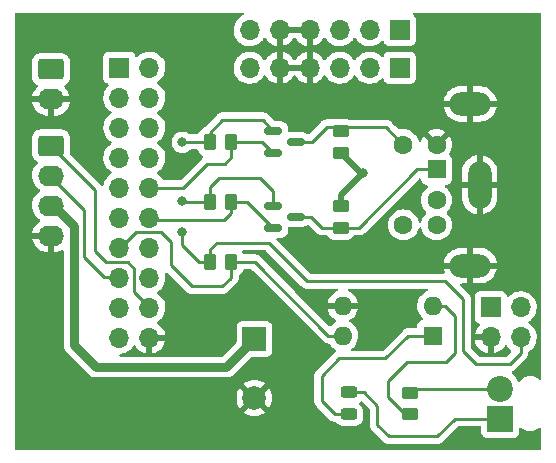
<source format=gbr>
%TF.GenerationSoftware,KiCad,Pcbnew,(6.0.8-1)-1*%
%TF.CreationDate,2022-10-27T21:51:23+08:00*%
%TF.ProjectId,Esp32_AGV_Relay,45737033-325f-4414-9756-5f52656c6179,rev?*%
%TF.SameCoordinates,Original*%
%TF.FileFunction,Copper,L1,Top*%
%TF.FilePolarity,Positive*%
%FSLAX46Y46*%
G04 Gerber Fmt 4.6, Leading zero omitted, Abs format (unit mm)*
G04 Created by KiCad (PCBNEW (6.0.8-1)-1) date 2022-10-27 21:51:23*
%MOMM*%
%LPD*%
G01*
G04 APERTURE LIST*
G04 Aperture macros list*
%AMRoundRect*
0 Rectangle with rounded corners*
0 $1 Rounding radius*
0 $2 $3 $4 $5 $6 $7 $8 $9 X,Y pos of 4 corners*
0 Add a 4 corners polygon primitive as box body*
4,1,4,$2,$3,$4,$5,$6,$7,$8,$9,$2,$3,0*
0 Add four circle primitives for the rounded corners*
1,1,$1+$1,$2,$3*
1,1,$1+$1,$4,$5*
1,1,$1+$1,$6,$7*
1,1,$1+$1,$8,$9*
0 Add four rect primitives between the rounded corners*
20,1,$1+$1,$2,$3,$4,$5,0*
20,1,$1+$1,$4,$5,$6,$7,0*
20,1,$1+$1,$6,$7,$8,$9,0*
20,1,$1+$1,$8,$9,$2,$3,0*%
G04 Aperture macros list end*
%TA.AperFunction,ComponentPad*%
%ADD10RoundRect,0.250000X-0.845000X0.620000X-0.845000X-0.620000X0.845000X-0.620000X0.845000X0.620000X0*%
%TD*%
%TA.AperFunction,ComponentPad*%
%ADD11O,2.190000X1.740000*%
%TD*%
%TA.AperFunction,ComponentPad*%
%ADD12R,2.200000X2.200000*%
%TD*%
%TA.AperFunction,ComponentPad*%
%ADD13C,2.200000*%
%TD*%
%TA.AperFunction,SMDPad,CuDef*%
%ADD14RoundRect,0.250000X-0.450000X0.262500X-0.450000X-0.262500X0.450000X-0.262500X0.450000X0.262500X0*%
%TD*%
%TA.AperFunction,SMDPad,CuDef*%
%ADD15RoundRect,0.250000X-0.262500X-0.450000X0.262500X-0.450000X0.262500X0.450000X-0.262500X0.450000X0*%
%TD*%
%TA.AperFunction,ComponentPad*%
%ADD16R,1.600000X1.600000*%
%TD*%
%TA.AperFunction,ComponentPad*%
%ADD17C,1.600000*%
%TD*%
%TA.AperFunction,ComponentPad*%
%ADD18O,2.000000X4.000000*%
%TD*%
%TA.AperFunction,ComponentPad*%
%ADD19O,3.500000X2.000000*%
%TD*%
%TA.AperFunction,SMDPad,CuDef*%
%ADD20RoundRect,0.250000X0.450000X-0.262500X0.450000X0.262500X-0.450000X0.262500X-0.450000X-0.262500X0*%
%TD*%
%TA.AperFunction,SMDPad,CuDef*%
%ADD21RoundRect,0.150000X-0.587500X-0.150000X0.587500X-0.150000X0.587500X0.150000X-0.587500X0.150000X0*%
%TD*%
%TA.AperFunction,SMDPad,CuDef*%
%ADD22RoundRect,0.250000X0.262500X0.450000X-0.262500X0.450000X-0.262500X-0.450000X0.262500X-0.450000X0*%
%TD*%
%TA.AperFunction,ComponentPad*%
%ADD23O,1.600000X1.600000*%
%TD*%
%TA.AperFunction,ComponentPad*%
%ADD24R,1.700000X1.700000*%
%TD*%
%TA.AperFunction,ComponentPad*%
%ADD25O,1.700000X1.700000*%
%TD*%
%TA.AperFunction,ComponentPad*%
%ADD26R,2.000000X2.000000*%
%TD*%
%TA.AperFunction,ComponentPad*%
%ADD27C,2.000000*%
%TD*%
%TA.AperFunction,SMDPad,CuDef*%
%ADD28RoundRect,0.243750X0.456250X-0.243750X0.456250X0.243750X-0.456250X0.243750X-0.456250X-0.243750X0*%
%TD*%
%TA.AperFunction,ViaPad*%
%ADD29C,0.800000*%
%TD*%
%TA.AperFunction,Conductor*%
%ADD30C,0.750000*%
%TD*%
%TA.AperFunction,Conductor*%
%ADD31C,0.500000*%
%TD*%
%TA.AperFunction,Conductor*%
%ADD32C,0.250000*%
%TD*%
G04 APERTURE END LIST*
D10*
%TO.P,J7,1,Pin_1*%
%TO.N,EN*%
X122480000Y-96730000D03*
D11*
%TO.P,J7,2,Pin_2*%
%TO.N,GND*%
X122480000Y-99270000D03*
%TD*%
D12*
%TO.P,J1,1,Pin_2*%
%TO.N,Net-(D1-Pad2)*%
X160515000Y-126290000D03*
D13*
%TO.P,J1,2,Pin_1*%
%TO.N,Net-(J1-Pad2)*%
X160515000Y-123750000D03*
%TD*%
D14*
%TO.P,R3,1*%
%TO.N,+5V*%
X147000000Y-108307500D03*
%TO.P,R3,2*%
%TO.N,Net-(J3-Pad1)*%
X147000000Y-110132500D03*
%TD*%
D10*
%TO.P,J2,1,Pin_1*%
%TO.N,SCL*%
X122480000Y-103190000D03*
D11*
%TO.P,J2,2,Pin_2*%
%TO.N,SDA*%
X122480000Y-105730000D03*
%TO.P,J2,3,Pin_3*%
%TO.N,+5V*%
X122480000Y-108270000D03*
%TO.P,J2,4,Pin_4*%
%TO.N,GND*%
X122480000Y-110810000D03*
%TD*%
D15*
%TO.P,R4,1*%
%TO.N,+3.3V*%
X135927500Y-107950000D03*
%TO.P,R4,2*%
%TO.N,PS2-Data*%
X137752500Y-107950000D03*
%TD*%
D16*
%TO.P,J3,1,Data*%
%TO.N,Net-(J3-Pad1)*%
X155125000Y-105190000D03*
D17*
%TO.P,J3,2*%
%TO.N,unconnected-(J3-Pad2)*%
X155125000Y-107790000D03*
%TO.P,J3,3,GND*%
%TO.N,GND*%
X155125000Y-103090000D03*
%TO.P,J3,4,+5V*%
%TO.N,+5V*%
X155125000Y-109890000D03*
%TO.P,J3,5,CLK*%
%TO.N,Net-(J3-Pad5)*%
X152325000Y-103090000D03*
%TO.P,J3,6*%
%TO.N,unconnected-(J3-Pad6)*%
X152325000Y-109890000D03*
D18*
%TO.P,J3,7*%
%TO.N,GND*%
X158775000Y-106490000D03*
D19*
X157975000Y-99640000D03*
X157975000Y-113340000D03*
%TD*%
D20*
%TO.P,R5,1*%
%TO.N,+5V*%
X147000000Y-103782500D03*
%TO.P,R5,2*%
%TO.N,Net-(J3-Pad5)*%
X147000000Y-101957500D03*
%TD*%
D15*
%TO.P,R6,1*%
%TO.N,+3.3V*%
X135927500Y-102870000D03*
%TO.P,R6,2*%
%TO.N,PS2-CLK*%
X137752500Y-102870000D03*
%TD*%
D21*
%TO.P,Q2,1,G*%
%TO.N,+3.3V*%
X141315000Y-101920000D03*
%TO.P,Q2,2,S*%
%TO.N,PS2-CLK*%
X141315000Y-103820000D03*
%TO.P,Q2,3,D*%
%TO.N,Net-(J3-Pad5)*%
X143190000Y-102870000D03*
%TD*%
D22*
%TO.P,R2,1*%
%TO.N,IO19*%
X137752500Y-113030000D03*
%TO.P,R2,2*%
%TO.N,+3.3V*%
X135927500Y-113030000D03*
%TD*%
D20*
%TO.P,R1,1*%
%TO.N,Net-(R1-Pad1)*%
X152900000Y-125912500D03*
%TO.P,R1,2*%
%TO.N,Net-(J1-Pad2)*%
X152900000Y-124087500D03*
%TD*%
D16*
%TO.P,U1,1*%
%TO.N,Net-(D1-Pad1)*%
X154800000Y-119275000D03*
D23*
%TO.P,U1,2*%
%TO.N,Net-(R1-Pad1)*%
X154800000Y-116735000D03*
%TO.P,U1,3*%
%TO.N,GND*%
X147180000Y-116735000D03*
%TO.P,U1,4*%
%TO.N,IO19*%
X147180000Y-119275000D03*
%TD*%
D21*
%TO.P,Q1,1,G*%
%TO.N,+3.3V*%
X141315000Y-108270000D03*
%TO.P,Q1,2,S*%
%TO.N,PS2-Data*%
X141315000Y-110170000D03*
%TO.P,Q1,3,D*%
%TO.N,Net-(J3-Pad1)*%
X143190000Y-109220000D03*
%TD*%
D24*
%TO.P,J6,1,Pin_1*%
%TO.N,+5V*%
X152000000Y-93400000D03*
D25*
%TO.P,J6,2,Pin_2*%
%TO.N,Net-(J5-Pad2)*%
X149460000Y-93400000D03*
%TO.P,J6,3,Pin_3*%
%TO.N,Net-(J5-Pad3)*%
X146920000Y-93400000D03*
%TO.P,J6,4,Pin_4*%
%TO.N,GND*%
X144380000Y-93400000D03*
%TO.P,J6,5,Pin_5*%
X141840000Y-93400000D03*
%TO.P,J6,6,Pin_6*%
%TO.N,Net-(J5-Pad6)*%
X139300000Y-93400000D03*
%TD*%
D26*
%TO.P,C1,1*%
%TO.N,+5V*%
X139700000Y-119552323D03*
D27*
%TO.P,C1,2*%
%TO.N,GND*%
X139700000Y-124552323D03*
%TD*%
D28*
%TO.P,D1,1,K*%
%TO.N,Net-(D1-Pad1)*%
X147700000Y-125937500D03*
%TO.P,D1,2,A*%
%TO.N,Net-(D1-Pad2)*%
X147700000Y-124062500D03*
%TD*%
D24*
%TO.P,J4,1,Pin_1*%
%TO.N,+3.3V*%
X128270000Y-96570000D03*
D25*
%TO.P,J4,2,Pin_2*%
%TO.N,unconnected-(J4-Pad2)*%
X128270000Y-99110000D03*
%TO.P,J4,3,Pin_3*%
%TO.N,unconnected-(J4-Pad3)*%
X128270000Y-101650000D03*
%TO.P,J4,4,Pin_4*%
%TO.N,unconnected-(J4-Pad4)*%
X128270000Y-104190000D03*
%TO.P,J4,5,Pin_5*%
%TO.N,unconnected-(J4-Pad5)*%
X128270000Y-106730000D03*
%TO.P,J4,6,Pin_6*%
%TO.N,unconnected-(J4-Pad6)*%
X128270000Y-109270000D03*
%TO.P,J4,7,Pin_7*%
%TO.N,IO19*%
X128270000Y-111810000D03*
%TO.P,J4,8,Pin_8*%
%TO.N,SDA*%
X128270000Y-114350000D03*
%TO.P,J4,9,Pin_9*%
%TO.N,unconnected-(J4-Pad9)*%
X128270000Y-116890000D03*
%TO.P,J4,10,Pin_10*%
%TO.N,unconnected-(J4-Pad10)*%
X128270000Y-119430000D03*
%TO.P,J4,11,Pin_11*%
%TO.N,unconnected-(J4-Pad11)*%
X130810000Y-96570000D03*
%TO.P,J4,12,Pin_12*%
%TO.N,unconnected-(J4-Pad12)*%
X130810000Y-99110000D03*
%TO.P,J4,13,Pin_13*%
%TO.N,unconnected-(J4-Pad13)*%
X130810000Y-101650000D03*
%TO.P,J4,14,Pin_14*%
%TO.N,unconnected-(J4-Pad14)*%
X130810000Y-104190000D03*
%TO.P,J4,15,Pin_15*%
%TO.N,PS2-CLK*%
X130810000Y-106730000D03*
%TO.P,J4,16,Pin_16*%
%TO.N,PS2-Data*%
X130810000Y-109270000D03*
%TO.P,J4,17,Pin_17*%
%TO.N,GND*%
X130810000Y-111810000D03*
%TO.P,J4,18,Pin_18*%
%TO.N,unconnected-(J4-Pad18)*%
X130810000Y-114350000D03*
%TO.P,J4,19,Pin_19*%
%TO.N,SCL*%
X130810000Y-116890000D03*
%TO.P,J4,20,Pin_20*%
%TO.N,GND*%
X130810000Y-119430000D03*
%TD*%
D24*
%TO.P,J8,1,Pin_1*%
%TO.N,EN*%
X159710000Y-116870000D03*
D25*
%TO.P,J8,2,Pin_2*%
%TO.N,GND*%
X159710000Y-119410000D03*
%TO.P,J8,3,Pin_3*%
%TO.N,unconnected-(J8-Pad3)*%
X162250000Y-116870000D03*
%TO.P,J8,4,Pin_4*%
%TO.N,+3.3V*%
X162250000Y-119410000D03*
%TD*%
D24*
%TO.P,J5,1,Pin_1*%
%TO.N,+5V*%
X152000000Y-96575000D03*
D25*
%TO.P,J5,2,Pin_2*%
%TO.N,Net-(J5-Pad2)*%
X149460000Y-96575000D03*
%TO.P,J5,3,Pin_3*%
%TO.N,Net-(J5-Pad3)*%
X146920000Y-96575000D03*
%TO.P,J5,4,Pin_4*%
%TO.N,GND*%
X144380000Y-96575000D03*
%TO.P,J5,5,Pin_5*%
X141840000Y-96575000D03*
%TO.P,J5,6,Pin_6*%
%TO.N,Net-(J5-Pad6)*%
X139300000Y-96575000D03*
%TD*%
D29*
%TO.N,GND*%
X143415000Y-99695000D03*
X145415000Y-99695000D03*
X157480000Y-110490000D03*
X157480000Y-102870000D03*
%TO.N,+5V*%
X148900000Y-105500000D03*
%TO.N,GND*%
X133985000Y-124460000D03*
X162200000Y-93700000D03*
X124460000Y-93345000D03*
X121920000Y-121920000D03*
X121920000Y-120015000D03*
X132080000Y-124460000D03*
X126365000Y-93345000D03*
X160200000Y-93700000D03*
%TO.N,+3.3V*%
X133600000Y-107900000D03*
X133600000Y-110500000D03*
X133600000Y-102900000D03*
%TD*%
D30*
%TO.N,+5V*%
X124460000Y-120060000D02*
X126320000Y-121920000D01*
D31*
X147000000Y-107400000D02*
X148900000Y-105500000D01*
X147000000Y-108307500D02*
X147000000Y-107400000D01*
X148717500Y-105500000D02*
X147000000Y-103782500D01*
D30*
X137332323Y-121920000D02*
X139700000Y-119552323D01*
X122770000Y-108270000D02*
X124460000Y-109960000D01*
X122480000Y-108270000D02*
X122770000Y-108270000D01*
X126320000Y-121920000D02*
X137332323Y-121920000D01*
D31*
X148900000Y-105500000D02*
X148717500Y-105500000D01*
D30*
X124460000Y-109960000D02*
X124460000Y-120060000D01*
D32*
%TO.N,Net-(D1-Pad1)*%
X152725000Y-119275000D02*
X154800000Y-119275000D01*
X145400000Y-124800000D02*
X145400000Y-122700000D01*
X150800000Y-121200000D02*
X152725000Y-119275000D01*
X146537500Y-125937500D02*
X145400000Y-124800000D01*
X146900000Y-121200000D02*
X150800000Y-121200000D01*
X147700000Y-125937500D02*
X146537500Y-125937500D01*
X145400000Y-122700000D02*
X146900000Y-121200000D01*
%TO.N,+3.3V*%
X137000000Y-101000000D02*
X135927500Y-102072500D01*
X133600000Y-102900000D02*
X133630000Y-102870000D01*
X135030000Y-113030000D02*
X135927500Y-113030000D01*
X140900000Y-111400000D02*
X144150000Y-114650000D01*
X135927500Y-107950000D02*
X135927500Y-106711250D01*
X133600000Y-111600000D02*
X135030000Y-113030000D01*
X135927500Y-106711250D02*
X136738750Y-105900000D01*
X140395000Y-101000000D02*
X137000000Y-101000000D01*
X133600000Y-110500000D02*
X133600000Y-111600000D01*
X158500000Y-121700000D02*
X161300000Y-121700000D01*
X157400000Y-120600000D02*
X158500000Y-121700000D01*
X155850000Y-114650000D02*
X157400000Y-116200000D01*
X135927500Y-111972500D02*
X136500000Y-111400000D01*
X133942500Y-107950000D02*
X135927500Y-107950000D01*
X136738750Y-105900000D02*
X140200000Y-105900000D01*
X141315000Y-107015000D02*
X141315000Y-108270000D01*
X141315000Y-101920000D02*
X140395000Y-101000000D01*
X136500000Y-111400000D02*
X140900000Y-111400000D01*
X135927500Y-113030000D02*
X135927500Y-111972500D01*
X140200000Y-105900000D02*
X141315000Y-107015000D01*
X162250000Y-120750000D02*
X162250000Y-119410000D01*
X144150000Y-114650000D02*
X155850000Y-114650000D01*
X157400000Y-116200000D02*
X157400000Y-120600000D01*
X135927500Y-102072500D02*
X135927500Y-102870000D01*
X133630000Y-102870000D02*
X135890000Y-102870000D01*
X161300000Y-121700000D02*
X162250000Y-120750000D01*
%TO.N,SCL*%
X126217957Y-106927957D02*
X126217957Y-112117957D01*
X129540000Y-115570000D02*
X130810000Y-116840000D01*
X127155622Y-113055622D02*
X128960942Y-113055622D01*
X126217957Y-112117957D02*
X127155622Y-113055622D01*
X122480000Y-103190000D02*
X126217957Y-106927957D01*
X128960942Y-113055622D02*
X129540000Y-113634680D01*
X129540000Y-113634680D02*
X129540000Y-115570000D01*
%TO.N,Net-(J3-Pad1)*%
X155125000Y-105190000D02*
X153510000Y-105190000D01*
X148567500Y-110132500D02*
X147000000Y-110132500D01*
X144520000Y-109220000D02*
X143190000Y-109220000D01*
X145432500Y-110132500D02*
X144520000Y-109220000D01*
X153510000Y-105190000D02*
X148567500Y-110132500D01*
X147000000Y-110132500D02*
X145432500Y-110132500D01*
%TO.N,Net-(J3-Pad5)*%
X152325000Y-103090000D02*
X150856212Y-101621212D01*
X144544661Y-102870000D02*
X145814661Y-101600000D01*
X145814661Y-101600000D02*
X146642500Y-101600000D01*
X143190000Y-102870000D02*
X144544661Y-102870000D01*
X150856212Y-101621212D02*
X147336288Y-101621212D01*
%TO.N,SDA*%
X122480000Y-105816396D02*
X125300000Y-108636396D01*
X125300000Y-112600000D02*
X127000000Y-114300000D01*
X127000000Y-114300000D02*
X128270000Y-114300000D01*
X125300000Y-108636396D02*
X125300000Y-112600000D01*
%TO.N,IO19*%
X131800000Y-110500000D02*
X132600000Y-111300000D01*
X137000000Y-115100000D02*
X137752500Y-114347500D01*
X134400000Y-115100000D02*
X137000000Y-115100000D01*
X145975000Y-119275000D02*
X147180000Y-119275000D01*
X128440000Y-111760000D02*
X129700000Y-110500000D01*
X137752500Y-113030000D02*
X139730000Y-113030000D01*
X132600000Y-111300000D02*
X132600000Y-113300000D01*
X132600000Y-113300000D02*
X134400000Y-115100000D01*
X139730000Y-113030000D02*
X145975000Y-119275000D01*
X137752500Y-114347500D02*
X137752500Y-113030000D01*
X129700000Y-110500000D02*
X131800000Y-110500000D01*
X128270000Y-111760000D02*
X128440000Y-111760000D01*
%TO.N,PS2-CLK*%
X140365000Y-102870000D02*
X141315000Y-103820000D01*
X137200000Y-104700000D02*
X135700000Y-104700000D01*
X137752500Y-102870000D02*
X137752500Y-104147500D01*
X137752500Y-104147500D02*
X137200000Y-104700000D01*
X133670000Y-106730000D02*
X130810000Y-106730000D01*
X135700000Y-104700000D02*
X133670000Y-106730000D01*
X137752500Y-102870000D02*
X140365000Y-102870000D01*
%TO.N,PS2-Data*%
X139044854Y-107950000D02*
X141264854Y-110170000D01*
X137752500Y-107950000D02*
X139044854Y-107950000D01*
X141264854Y-110170000D02*
X141315000Y-110170000D01*
X137100000Y-109500000D02*
X137752500Y-108847500D01*
X137752500Y-108847500D02*
X137752500Y-107950000D01*
X130810000Y-109270000D02*
X131040000Y-109500000D01*
X131040000Y-109500000D02*
X137100000Y-109500000D01*
%TO.N,Net-(R1-Pad1)*%
X156700000Y-120700000D02*
X156700000Y-117600000D01*
X152900000Y-125912500D02*
X152412500Y-125912500D01*
X152412500Y-125912500D02*
X151000000Y-124500000D01*
X151000000Y-123100000D02*
X152600000Y-121500000D01*
X152600000Y-121500000D02*
X155900000Y-121500000D01*
X156700000Y-117600000D02*
X155835000Y-116735000D01*
X155900000Y-121500000D02*
X156700000Y-120700000D01*
X151000000Y-124500000D02*
X151000000Y-123100000D01*
X155835000Y-116735000D02*
X154800000Y-116735000D01*
%TO.N,Net-(D1-Pad2)*%
X150100000Y-126800000D02*
X151100000Y-127800000D01*
X150100000Y-125200000D02*
X150100000Y-126800000D01*
X155180000Y-127800000D02*
X156690000Y-126290000D01*
X148962500Y-124062500D02*
X150100000Y-125200000D01*
X147700000Y-124062500D02*
X148962500Y-124062500D01*
X156690000Y-126290000D02*
X160515000Y-126290000D01*
X151100000Y-127800000D02*
X155180000Y-127800000D01*
%TO.N,Net-(J1-Pad2)*%
X153237500Y-123750000D02*
X160515000Y-123750000D01*
X152900000Y-124087500D02*
X153237500Y-123750000D01*
%TD*%
%TA.AperFunction,Conductor*%
%TO.N,GND*%
G36*
X138776115Y-91928502D02*
G01*
X138822608Y-91982158D01*
X138832712Y-92052432D01*
X138803218Y-92117012D01*
X138766175Y-92146262D01*
X138573607Y-92246507D01*
X138569474Y-92249610D01*
X138569471Y-92249612D01*
X138399100Y-92377530D01*
X138394965Y-92380635D01*
X138369541Y-92407240D01*
X138301280Y-92478671D01*
X138240629Y-92542138D01*
X138237720Y-92546403D01*
X138237714Y-92546411D01*
X138225404Y-92564457D01*
X138114743Y-92726680D01*
X138020688Y-92929305D01*
X137960989Y-93144570D01*
X137937251Y-93366695D01*
X137950110Y-93589715D01*
X137951247Y-93594761D01*
X137951248Y-93594767D01*
X137965606Y-93658475D01*
X137999222Y-93807639D01*
X138083266Y-94014616D01*
X138120685Y-94075678D01*
X138197291Y-94200688D01*
X138199987Y-94205088D01*
X138346250Y-94373938D01*
X138518126Y-94516632D01*
X138711000Y-94629338D01*
X138919692Y-94709030D01*
X138924760Y-94710061D01*
X138924763Y-94710062D01*
X139019862Y-94729410D01*
X139138597Y-94753567D01*
X139143772Y-94753757D01*
X139143774Y-94753757D01*
X139356673Y-94761564D01*
X139356677Y-94761564D01*
X139361837Y-94761753D01*
X139366957Y-94761097D01*
X139366959Y-94761097D01*
X139578288Y-94734025D01*
X139578289Y-94734025D01*
X139583416Y-94733368D01*
X139588366Y-94731883D01*
X139792429Y-94670661D01*
X139792434Y-94670659D01*
X139797384Y-94669174D01*
X139997994Y-94570896D01*
X140179860Y-94441173D01*
X140338096Y-94283489D01*
X140397594Y-94200689D01*
X140468453Y-94102077D01*
X140469640Y-94102930D01*
X140516960Y-94059362D01*
X140586897Y-94047145D01*
X140652338Y-94074678D01*
X140680166Y-94106511D01*
X140737694Y-94200388D01*
X140743777Y-94208699D01*
X140883213Y-94369667D01*
X140890580Y-94376883D01*
X141054434Y-94512916D01*
X141062881Y-94518831D01*
X141246756Y-94626279D01*
X141256042Y-94630729D01*
X141455001Y-94706703D01*
X141464899Y-94709579D01*
X141568250Y-94730606D01*
X141582299Y-94729410D01*
X141586000Y-94719065D01*
X141586000Y-94718517D01*
X142094000Y-94718517D01*
X142098064Y-94732359D01*
X142111478Y-94734393D01*
X142118184Y-94733534D01*
X142128262Y-94731392D01*
X142332255Y-94670191D01*
X142341842Y-94666433D01*
X142533095Y-94572739D01*
X142541945Y-94567464D01*
X142715328Y-94443792D01*
X142723200Y-94437139D01*
X142874052Y-94286812D01*
X142880730Y-94278965D01*
X143008022Y-94101819D01*
X143009147Y-94102627D01*
X143056669Y-94058876D01*
X143126607Y-94046661D01*
X143192046Y-94074197D01*
X143219870Y-94106028D01*
X143277690Y-94200383D01*
X143283777Y-94208699D01*
X143423213Y-94369667D01*
X143430580Y-94376883D01*
X143594434Y-94512916D01*
X143602881Y-94518831D01*
X143786756Y-94626279D01*
X143796042Y-94630729D01*
X143995001Y-94706703D01*
X144004899Y-94709579D01*
X144108250Y-94730606D01*
X144122299Y-94729410D01*
X144126000Y-94719065D01*
X144126000Y-93672115D01*
X144121525Y-93656876D01*
X144120135Y-93655671D01*
X144112452Y-93654000D01*
X142112115Y-93654000D01*
X142096876Y-93658475D01*
X142095671Y-93659865D01*
X142094000Y-93667548D01*
X142094000Y-94718517D01*
X141586000Y-94718517D01*
X141586000Y-93272000D01*
X141606002Y-93203879D01*
X141659658Y-93157386D01*
X141712000Y-93146000D01*
X144508000Y-93146000D01*
X144576121Y-93166002D01*
X144622614Y-93219658D01*
X144634000Y-93272000D01*
X144634000Y-94718517D01*
X144638064Y-94732359D01*
X144651478Y-94734393D01*
X144658184Y-94733534D01*
X144668262Y-94731392D01*
X144872255Y-94670191D01*
X144881842Y-94666433D01*
X145073095Y-94572739D01*
X145081945Y-94567464D01*
X145255328Y-94443792D01*
X145263200Y-94437139D01*
X145414052Y-94286812D01*
X145420730Y-94278965D01*
X145548022Y-94101819D01*
X145549279Y-94102722D01*
X145596373Y-94059362D01*
X145666311Y-94047145D01*
X145731751Y-94074678D01*
X145759579Y-94106511D01*
X145819987Y-94205088D01*
X145966250Y-94373938D01*
X146138126Y-94516632D01*
X146331000Y-94629338D01*
X146539692Y-94709030D01*
X146544760Y-94710061D01*
X146544763Y-94710062D01*
X146639862Y-94729410D01*
X146758597Y-94753567D01*
X146763772Y-94753757D01*
X146763774Y-94753757D01*
X146976673Y-94761564D01*
X146976677Y-94761564D01*
X146981837Y-94761753D01*
X146986957Y-94761097D01*
X146986959Y-94761097D01*
X147198288Y-94734025D01*
X147198289Y-94734025D01*
X147203416Y-94733368D01*
X147208366Y-94731883D01*
X147412429Y-94670661D01*
X147412434Y-94670659D01*
X147417384Y-94669174D01*
X147617994Y-94570896D01*
X147799860Y-94441173D01*
X147958096Y-94283489D01*
X148017594Y-94200689D01*
X148088453Y-94102077D01*
X148089776Y-94103028D01*
X148136645Y-94059857D01*
X148206580Y-94047625D01*
X148272026Y-94075144D01*
X148299875Y-94106994D01*
X148359987Y-94205088D01*
X148506250Y-94373938D01*
X148678126Y-94516632D01*
X148871000Y-94629338D01*
X149079692Y-94709030D01*
X149084760Y-94710061D01*
X149084763Y-94710062D01*
X149179862Y-94729410D01*
X149298597Y-94753567D01*
X149303772Y-94753757D01*
X149303774Y-94753757D01*
X149516673Y-94761564D01*
X149516677Y-94761564D01*
X149521837Y-94761753D01*
X149526957Y-94761097D01*
X149526959Y-94761097D01*
X149738288Y-94734025D01*
X149738289Y-94734025D01*
X149743416Y-94733368D01*
X149748366Y-94731883D01*
X149952429Y-94670661D01*
X149952434Y-94670659D01*
X149957384Y-94669174D01*
X150157994Y-94570896D01*
X150339860Y-94441173D01*
X150448091Y-94333319D01*
X150510462Y-94299404D01*
X150581268Y-94304592D01*
X150638030Y-94347238D01*
X150655012Y-94378341D01*
X150699385Y-94496705D01*
X150786739Y-94613261D01*
X150903295Y-94700615D01*
X151039684Y-94751745D01*
X151101866Y-94758500D01*
X152898134Y-94758500D01*
X152960316Y-94751745D01*
X153096705Y-94700615D01*
X153213261Y-94613261D01*
X153300615Y-94496705D01*
X153351745Y-94360316D01*
X153358500Y-94298134D01*
X153358500Y-92501866D01*
X153351745Y-92439684D01*
X153300615Y-92303295D01*
X153213261Y-92186739D01*
X153173098Y-92156638D01*
X153144661Y-92135326D01*
X153102146Y-92078467D01*
X153097120Y-92007648D01*
X153131180Y-91945355D01*
X153193511Y-91911365D01*
X153220226Y-91908500D01*
X163865500Y-91908500D01*
X163933621Y-91928502D01*
X163980114Y-91982158D01*
X163991500Y-92034500D01*
X163991500Y-122883776D01*
X163971498Y-122951897D01*
X163917842Y-122998390D01*
X163847568Y-123008494D01*
X163784509Y-122980297D01*
X163660635Y-122876354D01*
X163660629Y-122876350D01*
X163655911Y-122872391D01*
X163650519Y-122869427D01*
X163650515Y-122869424D01*
X163479402Y-122775354D01*
X163474005Y-122772387D01*
X163276139Y-122709621D01*
X163270022Y-122708935D01*
X163270018Y-122708934D01*
X163193402Y-122700341D01*
X163114587Y-122691500D01*
X163002763Y-122691500D01*
X162999707Y-122691800D01*
X162999700Y-122691800D01*
X162854534Y-122706034D01*
X162854531Y-122706035D01*
X162848408Y-122706635D01*
X162716820Y-122746363D01*
X162655593Y-122764848D01*
X162655590Y-122764849D01*
X162649685Y-122766632D01*
X162644240Y-122769527D01*
X162644238Y-122769528D01*
X162471847Y-122861191D01*
X162471845Y-122861192D01*
X162466401Y-122864087D01*
X162418363Y-122903266D01*
X162310311Y-122991390D01*
X162310308Y-122991393D01*
X162305536Y-122995285D01*
X162301608Y-123000033D01*
X162301607Y-123000034D01*
X162197637Y-123125711D01*
X162138803Y-123165449D01*
X162067825Y-123167070D01*
X162007238Y-123130061D01*
X161984144Y-123093613D01*
X161954511Y-123022072D01*
X161954509Y-123022068D01*
X161952616Y-123017498D01*
X161820328Y-122801624D01*
X161655898Y-122609102D01*
X161652142Y-122605894D01*
X161652137Y-122605889D01*
X161523210Y-122495775D01*
X161484400Y-122436325D01*
X161483893Y-122365330D01*
X161521850Y-122305331D01*
X161551260Y-122286696D01*
X161553593Y-122286018D01*
X161560416Y-122281983D01*
X161560418Y-122281982D01*
X161571028Y-122275707D01*
X161588776Y-122267012D01*
X161607617Y-122259552D01*
X161643387Y-122233564D01*
X161653307Y-122227048D01*
X161684535Y-122208580D01*
X161684538Y-122208578D01*
X161691362Y-122204542D01*
X161705683Y-122190221D01*
X161720717Y-122177380D01*
X161730694Y-122170131D01*
X161737107Y-122165472D01*
X161742158Y-122159367D01*
X161742163Y-122159362D01*
X161765299Y-122131396D01*
X161773287Y-122122618D01*
X162642253Y-121253652D01*
X162650539Y-121246112D01*
X162657018Y-121242000D01*
X162703644Y-121192348D01*
X162706398Y-121189507D01*
X162726135Y-121169770D01*
X162728615Y-121166573D01*
X162736320Y-121157551D01*
X162761159Y-121131100D01*
X162766586Y-121125321D01*
X162770405Y-121118375D01*
X162770407Y-121118372D01*
X162776348Y-121107566D01*
X162787199Y-121091047D01*
X162794758Y-121081301D01*
X162799614Y-121075041D01*
X162802759Y-121067772D01*
X162802762Y-121067768D01*
X162817174Y-121034463D01*
X162822391Y-121023813D01*
X162843695Y-120985060D01*
X162848733Y-120965437D01*
X162855137Y-120946734D01*
X162860033Y-120935420D01*
X162860033Y-120935419D01*
X162863181Y-120928145D01*
X162864420Y-120920322D01*
X162864423Y-120920312D01*
X162870099Y-120884476D01*
X162872505Y-120872856D01*
X162881528Y-120837711D01*
X162881528Y-120837710D01*
X162883500Y-120830030D01*
X162883500Y-120809776D01*
X162885051Y-120790065D01*
X162886980Y-120777886D01*
X162888220Y-120770057D01*
X162884059Y-120726038D01*
X162883500Y-120714181D01*
X162883500Y-120690427D01*
X162903502Y-120622306D01*
X162944618Y-120582550D01*
X162947994Y-120580896D01*
X163129860Y-120451173D01*
X163137418Y-120443642D01*
X163223371Y-120357988D01*
X163288096Y-120293489D01*
X163333439Y-120230388D01*
X163415435Y-120116277D01*
X163418453Y-120112077D01*
X163429680Y-120089362D01*
X163515136Y-119916453D01*
X163515137Y-119916451D01*
X163517430Y-119911811D01*
X163582370Y-119698069D01*
X163611529Y-119476590D01*
X163611611Y-119473240D01*
X163613074Y-119413365D01*
X163613074Y-119413361D01*
X163613156Y-119410000D01*
X163594852Y-119187361D01*
X163540431Y-118970702D01*
X163451354Y-118765840D01*
X163379993Y-118655533D01*
X163332822Y-118582617D01*
X163332820Y-118582614D01*
X163330014Y-118578277D01*
X163179670Y-118413051D01*
X163175619Y-118409852D01*
X163175615Y-118409848D01*
X163008414Y-118277800D01*
X163008410Y-118277798D01*
X163004359Y-118274598D01*
X162963053Y-118251796D01*
X162913084Y-118201364D01*
X162898312Y-118131921D01*
X162923428Y-118065516D01*
X162950780Y-118038909D01*
X163000664Y-118003327D01*
X163129860Y-117911173D01*
X163154637Y-117886483D01*
X163269991Y-117771531D01*
X163288096Y-117753489D01*
X163292395Y-117747507D01*
X163415435Y-117576277D01*
X163418453Y-117572077D01*
X163421880Y-117565144D01*
X163515136Y-117376453D01*
X163515137Y-117376451D01*
X163517430Y-117371811D01*
X163582370Y-117158069D01*
X163611529Y-116936590D01*
X163612585Y-116893365D01*
X163613074Y-116873365D01*
X163613074Y-116873361D01*
X163613156Y-116870000D01*
X163594852Y-116647361D01*
X163540431Y-116430702D01*
X163451354Y-116225840D01*
X163370016Y-116100111D01*
X163332822Y-116042617D01*
X163332820Y-116042614D01*
X163330014Y-116038277D01*
X163179670Y-115873051D01*
X163175619Y-115869852D01*
X163175615Y-115869848D01*
X163008414Y-115737800D01*
X163008410Y-115737798D01*
X163004359Y-115734598D01*
X162990074Y-115726712D01*
X162916356Y-115686018D01*
X162808789Y-115626638D01*
X162803920Y-115624914D01*
X162803916Y-115624912D01*
X162603087Y-115553795D01*
X162603083Y-115553794D01*
X162598212Y-115552069D01*
X162593119Y-115551162D01*
X162593116Y-115551161D01*
X162383373Y-115513800D01*
X162383367Y-115513799D01*
X162378284Y-115512894D01*
X162304452Y-115511992D01*
X162160081Y-115510228D01*
X162160079Y-115510228D01*
X162154911Y-115510165D01*
X161934091Y-115543955D01*
X161721756Y-115613357D01*
X161695456Y-115627048D01*
X161545447Y-115705138D01*
X161523607Y-115716507D01*
X161519474Y-115719610D01*
X161519471Y-115719612D01*
X161391807Y-115815465D01*
X161344965Y-115850635D01*
X161270105Y-115928972D01*
X161264283Y-115935064D01*
X161202759Y-115970494D01*
X161131846Y-115967037D01*
X161074060Y-115925791D01*
X161055207Y-115892243D01*
X161013767Y-115781703D01*
X161010615Y-115773295D01*
X160923261Y-115656739D01*
X160806705Y-115569385D01*
X160670316Y-115518255D01*
X160608134Y-115511500D01*
X158811866Y-115511500D01*
X158749684Y-115518255D01*
X158613295Y-115569385D01*
X158496739Y-115656739D01*
X158409385Y-115773295D01*
X158358255Y-115909684D01*
X158351500Y-115971866D01*
X158351500Y-117768134D01*
X158358255Y-117830316D01*
X158409385Y-117966705D01*
X158496739Y-118083261D01*
X158613295Y-118170615D01*
X158621704Y-118173767D01*
X158621705Y-118173768D01*
X158730960Y-118214726D01*
X158787725Y-118257367D01*
X158812425Y-118323929D01*
X158797218Y-118393278D01*
X158777825Y-118419759D01*
X158654590Y-118548717D01*
X158648104Y-118556727D01*
X158528098Y-118732649D01*
X158523000Y-118741623D01*
X158433338Y-118934783D01*
X158429775Y-118944470D01*
X158374389Y-119144183D01*
X158375912Y-119152607D01*
X158388292Y-119156000D01*
X159838000Y-119156000D01*
X159906121Y-119176002D01*
X159952614Y-119229658D01*
X159964000Y-119282000D01*
X159964000Y-120728517D01*
X159968064Y-120742359D01*
X159981478Y-120744393D01*
X159988184Y-120743534D01*
X159998262Y-120741392D01*
X160202255Y-120680191D01*
X160211842Y-120676433D01*
X160403095Y-120582739D01*
X160411945Y-120577464D01*
X160585328Y-120453792D01*
X160593200Y-120447139D01*
X160744052Y-120296812D01*
X160750730Y-120288965D01*
X160878022Y-120111819D01*
X160879279Y-120112722D01*
X160926373Y-120069362D01*
X160996311Y-120057145D01*
X161061751Y-120084678D01*
X161089579Y-120116511D01*
X161149987Y-120215088D01*
X161296250Y-120383938D01*
X161409279Y-120477776D01*
X161421513Y-120487933D01*
X161461148Y-120546835D01*
X161462646Y-120617816D01*
X161430123Y-120673972D01*
X161074499Y-121029596D01*
X161012187Y-121063621D01*
X160985404Y-121066500D01*
X158814595Y-121066500D01*
X158746474Y-121046498D01*
X158725499Y-121029595D01*
X158070404Y-120374499D01*
X158036379Y-120312187D01*
X158033500Y-120285404D01*
X158033500Y-119677966D01*
X158378257Y-119677966D01*
X158408565Y-119812446D01*
X158411645Y-119822275D01*
X158491770Y-120019603D01*
X158496413Y-120028794D01*
X158607694Y-120210388D01*
X158613777Y-120218699D01*
X158753213Y-120379667D01*
X158760580Y-120386883D01*
X158924434Y-120522916D01*
X158932881Y-120528831D01*
X159116756Y-120636279D01*
X159126042Y-120640729D01*
X159325001Y-120716703D01*
X159334899Y-120719579D01*
X159438250Y-120740606D01*
X159452299Y-120739410D01*
X159456000Y-120729065D01*
X159456000Y-119682115D01*
X159451525Y-119666876D01*
X159450135Y-119665671D01*
X159442452Y-119664000D01*
X158393225Y-119664000D01*
X158379694Y-119667973D01*
X158378257Y-119677966D01*
X158033500Y-119677966D01*
X158033500Y-116278767D01*
X158034027Y-116267584D01*
X158035702Y-116260091D01*
X158035404Y-116250590D01*
X158033562Y-116192014D01*
X158033500Y-116188055D01*
X158033500Y-116160144D01*
X158032995Y-116156144D01*
X158032062Y-116144301D01*
X158031810Y-116136267D01*
X158030673Y-116100111D01*
X158025021Y-116080657D01*
X158021013Y-116061300D01*
X158019468Y-116049070D01*
X158019468Y-116049069D01*
X158018474Y-116041203D01*
X158014885Y-116032138D01*
X158002196Y-116000088D01*
X157998351Y-115988858D01*
X157988229Y-115954017D01*
X157988229Y-115954016D01*
X157986018Y-115946407D01*
X157981985Y-115939588D01*
X157981983Y-115939583D01*
X157975707Y-115928972D01*
X157967012Y-115911224D01*
X157959552Y-115892383D01*
X157933564Y-115856613D01*
X157927048Y-115846693D01*
X157908580Y-115815465D01*
X157908578Y-115815462D01*
X157904542Y-115808638D01*
X157890221Y-115794317D01*
X157877380Y-115779283D01*
X157865472Y-115762893D01*
X157831395Y-115734702D01*
X157822616Y-115726712D01*
X157158999Y-115063095D01*
X157124973Y-115000783D01*
X157130038Y-114929968D01*
X157172585Y-114873132D01*
X157239105Y-114848321D01*
X157248094Y-114848000D01*
X157702885Y-114848000D01*
X157718124Y-114843525D01*
X157719329Y-114842135D01*
X157721000Y-114834452D01*
X157721000Y-114829885D01*
X158229000Y-114829885D01*
X158233475Y-114845124D01*
X158234865Y-114846329D01*
X158242548Y-114848000D01*
X158783456Y-114848000D01*
X158788488Y-114847798D01*
X158961843Y-114833850D01*
X158971796Y-114832238D01*
X159197633Y-114776767D01*
X159207203Y-114773584D01*
X159421265Y-114682720D01*
X159430207Y-114678045D01*
X159626987Y-114554126D01*
X159635060Y-114548086D01*
X159809500Y-114394297D01*
X159816504Y-114387044D01*
X159964110Y-114207346D01*
X159969866Y-114199064D01*
X160086841Y-113998081D01*
X160091203Y-113988976D01*
X160174537Y-113771885D01*
X160177388Y-113762196D01*
X160208821Y-113611736D01*
X160207698Y-113597675D01*
X160197590Y-113594000D01*
X158247115Y-113594000D01*
X158231876Y-113598475D01*
X158230671Y-113599865D01*
X158229000Y-113607548D01*
X158229000Y-114829885D01*
X157721000Y-114829885D01*
X157721000Y-113612115D01*
X157716525Y-113596876D01*
X157715135Y-113595671D01*
X157707452Y-113594000D01*
X155754410Y-113594000D01*
X155740324Y-113598136D01*
X155738275Y-113611114D01*
X155740325Y-113628830D01*
X155742285Y-113638727D01*
X155803821Y-113856193D01*
X155803122Y-113927186D01*
X155764153Y-113986532D01*
X155699285Y-114015388D01*
X155682581Y-114016500D01*
X144464594Y-114016500D01*
X144396473Y-113996498D01*
X144375499Y-113979595D01*
X143464168Y-113068264D01*
X155741179Y-113068264D01*
X155742302Y-113082325D01*
X155752410Y-113086000D01*
X157702885Y-113086000D01*
X157718124Y-113081525D01*
X157719329Y-113080135D01*
X157721000Y-113072452D01*
X157721000Y-113067885D01*
X158229000Y-113067885D01*
X158233475Y-113083124D01*
X158234865Y-113084329D01*
X158242548Y-113086000D01*
X160195590Y-113086000D01*
X160209676Y-113081864D01*
X160211725Y-113068886D01*
X160209675Y-113051170D01*
X160207715Y-113041273D01*
X160144396Y-112817506D01*
X160140884Y-112808062D01*
X160042601Y-112597295D01*
X160037622Y-112588529D01*
X159906913Y-112396198D01*
X159900581Y-112388323D01*
X159740814Y-112219374D01*
X159733305Y-112212613D01*
X159548574Y-112071375D01*
X159540095Y-112065911D01*
X159335153Y-111956022D01*
X159325901Y-111951980D01*
X159106029Y-111876273D01*
X159096257Y-111873764D01*
X158866029Y-111833996D01*
X158858157Y-111833141D01*
X158834449Y-111832064D01*
X158831616Y-111832000D01*
X158247115Y-111832000D01*
X158231876Y-111836475D01*
X158230671Y-111837865D01*
X158229000Y-111845548D01*
X158229000Y-113067885D01*
X157721000Y-113067885D01*
X157721000Y-111850115D01*
X157716525Y-111834876D01*
X157715135Y-111833671D01*
X157707452Y-111832000D01*
X157166544Y-111832000D01*
X157161512Y-111832202D01*
X156988157Y-111846150D01*
X156978204Y-111847762D01*
X156752367Y-111903233D01*
X156742797Y-111906416D01*
X156528735Y-111997280D01*
X156519793Y-112001955D01*
X156323013Y-112125874D01*
X156314940Y-112131914D01*
X156140500Y-112285703D01*
X156133496Y-112292956D01*
X155985890Y-112472654D01*
X155980134Y-112480936D01*
X155863159Y-112681919D01*
X155858797Y-112691024D01*
X155775463Y-112908115D01*
X155772612Y-112917804D01*
X155741179Y-113068264D01*
X143464168Y-113068264D01*
X141589500Y-111193595D01*
X141555474Y-111131283D01*
X141560539Y-111060467D01*
X141603086Y-111003632D01*
X141669606Y-110978821D01*
X141678595Y-110978500D01*
X141969002Y-110978500D01*
X141971450Y-110978307D01*
X141971458Y-110978307D01*
X141999921Y-110976067D01*
X141999926Y-110976066D01*
X142006331Y-110975562D01*
X142126545Y-110940637D01*
X142158488Y-110931357D01*
X142158490Y-110931356D01*
X142166101Y-110929145D01*
X142221811Y-110896198D01*
X142302480Y-110848491D01*
X142302483Y-110848489D01*
X142309307Y-110844453D01*
X142426953Y-110726807D01*
X142430989Y-110719983D01*
X142430991Y-110719980D01*
X142507608Y-110590427D01*
X142511645Y-110583601D01*
X142558062Y-110423831D01*
X142560785Y-110389242D01*
X142560807Y-110388958D01*
X142560807Y-110388950D01*
X142561000Y-110386502D01*
X142561000Y-110154500D01*
X142581002Y-110086379D01*
X142634658Y-110039886D01*
X142687000Y-110028500D01*
X143844002Y-110028500D01*
X143846450Y-110028307D01*
X143846458Y-110028307D01*
X143874921Y-110026067D01*
X143874926Y-110026066D01*
X143881331Y-110025562D01*
X144002977Y-109990221D01*
X144033488Y-109981357D01*
X144033490Y-109981356D01*
X144041101Y-109979145D01*
X144171971Y-109901748D01*
X144240785Y-109884290D01*
X144308116Y-109906807D01*
X144325204Y-109921108D01*
X144928853Y-110524758D01*
X144936387Y-110533037D01*
X144940500Y-110539518D01*
X144958052Y-110556000D01*
X144990151Y-110586143D01*
X144992993Y-110588898D01*
X145012730Y-110608635D01*
X145015927Y-110611115D01*
X145024947Y-110618818D01*
X145057179Y-110649086D01*
X145064125Y-110652905D01*
X145064128Y-110652907D01*
X145074934Y-110658848D01*
X145091453Y-110669699D01*
X145107459Y-110682114D01*
X145114728Y-110685259D01*
X145114732Y-110685262D01*
X145148037Y-110699674D01*
X145158687Y-110704891D01*
X145197440Y-110726195D01*
X145205115Y-110728166D01*
X145205116Y-110728166D01*
X145217062Y-110731233D01*
X145235767Y-110737637D01*
X145254355Y-110745681D01*
X145262178Y-110746920D01*
X145262188Y-110746923D01*
X145298024Y-110752599D01*
X145309644Y-110755005D01*
X145341459Y-110763173D01*
X145352470Y-110766000D01*
X145372724Y-110766000D01*
X145392434Y-110767551D01*
X145412443Y-110770720D01*
X145420335Y-110769974D01*
X145439080Y-110768202D01*
X145456462Y-110766559D01*
X145468319Y-110766000D01*
X145817366Y-110766000D01*
X145885487Y-110786002D01*
X145924509Y-110825696D01*
X145951522Y-110869348D01*
X145956704Y-110874521D01*
X145974515Y-110892301D01*
X146076697Y-110994305D01*
X146082927Y-110998145D01*
X146082928Y-110998146D01*
X146220090Y-111082694D01*
X146227262Y-111087115D01*
X146306331Y-111113341D01*
X146388611Y-111140632D01*
X146388613Y-111140632D01*
X146395139Y-111142797D01*
X146401975Y-111143497D01*
X146401978Y-111143498D01*
X146445031Y-111147909D01*
X146499600Y-111153500D01*
X147500400Y-111153500D01*
X147503646Y-111153163D01*
X147503650Y-111153163D01*
X147599308Y-111143238D01*
X147599312Y-111143237D01*
X147606166Y-111142526D01*
X147612702Y-111140345D01*
X147612704Y-111140345D01*
X147744806Y-111096272D01*
X147773946Y-111086550D01*
X147924348Y-110993478D01*
X147969347Y-110948401D01*
X148044134Y-110873483D01*
X148049305Y-110868303D01*
X148053148Y-110862069D01*
X148075454Y-110825883D01*
X148128226Y-110778390D01*
X148182713Y-110766000D01*
X148488733Y-110766000D01*
X148499916Y-110766527D01*
X148507409Y-110768202D01*
X148515335Y-110767953D01*
X148515336Y-110767953D01*
X148575486Y-110766062D01*
X148579445Y-110766000D01*
X148607356Y-110766000D01*
X148611291Y-110765503D01*
X148611356Y-110765495D01*
X148623193Y-110764562D01*
X148655451Y-110763548D01*
X148659470Y-110763422D01*
X148667389Y-110763173D01*
X148686843Y-110757521D01*
X148706200Y-110753513D01*
X148718430Y-110751968D01*
X148718431Y-110751968D01*
X148726297Y-110750974D01*
X148733668Y-110748055D01*
X148733670Y-110748055D01*
X148767412Y-110734696D01*
X148778642Y-110730851D01*
X148813483Y-110720729D01*
X148813484Y-110720729D01*
X148821093Y-110718518D01*
X148827912Y-110714485D01*
X148827917Y-110714483D01*
X148838528Y-110708207D01*
X148856276Y-110699512D01*
X148875117Y-110692052D01*
X148910887Y-110666064D01*
X148920807Y-110659548D01*
X148952035Y-110641080D01*
X148952038Y-110641078D01*
X148958862Y-110637042D01*
X148973183Y-110622721D01*
X148988217Y-110609880D01*
X148998194Y-110602631D01*
X149004607Y-110597972D01*
X149032798Y-110563895D01*
X149040788Y-110555116D01*
X153605191Y-105990713D01*
X153667503Y-105956687D01*
X153738318Y-105961752D01*
X153795154Y-106004299D01*
X153819549Y-106066201D01*
X153822401Y-106092460D01*
X153822402Y-106092464D01*
X153823255Y-106100316D01*
X153874385Y-106236705D01*
X153961739Y-106353261D01*
X154078295Y-106440615D01*
X154214684Y-106491745D01*
X154276866Y-106498500D01*
X154288532Y-106498500D01*
X154356653Y-106518502D01*
X154403146Y-106572158D01*
X154413250Y-106642432D01*
X154383756Y-106707012D01*
X154360803Y-106727713D01*
X154285211Y-106780643D01*
X154285208Y-106780645D01*
X154280700Y-106783802D01*
X154118802Y-106945700D01*
X154115645Y-106950208D01*
X154115643Y-106950211D01*
X154066441Y-107020479D01*
X153987477Y-107133251D01*
X153985154Y-107138233D01*
X153985151Y-107138238D01*
X153896900Y-107327495D01*
X153890716Y-107340757D01*
X153889294Y-107346065D01*
X153889293Y-107346067D01*
X153833714Y-107553488D01*
X153831457Y-107561913D01*
X153811502Y-107790000D01*
X153831457Y-108018087D01*
X153832881Y-108023400D01*
X153832881Y-108023402D01*
X153878917Y-108195207D01*
X153890716Y-108239243D01*
X153893039Y-108244224D01*
X153893039Y-108244225D01*
X153985151Y-108441762D01*
X153985154Y-108441767D01*
X153987477Y-108446749D01*
X154000181Y-108464892D01*
X154113204Y-108626305D01*
X154118802Y-108634300D01*
X154235407Y-108750905D01*
X154269433Y-108813217D01*
X154264368Y-108884032D01*
X154235407Y-108929095D01*
X154118802Y-109045700D01*
X154115645Y-109050208D01*
X154115643Y-109050211D01*
X154078237Y-109103632D01*
X153987477Y-109233251D01*
X153985154Y-109238233D01*
X153985151Y-109238238D01*
X153908354Y-109402931D01*
X153890716Y-109440757D01*
X153889294Y-109446065D01*
X153889293Y-109446067D01*
X153846707Y-109605000D01*
X153809755Y-109665623D01*
X153745894Y-109696644D01*
X153675400Y-109688216D01*
X153620653Y-109643013D01*
X153603293Y-109605000D01*
X153560707Y-109446067D01*
X153560706Y-109446065D01*
X153559284Y-109440757D01*
X153541646Y-109402931D01*
X153464849Y-109238238D01*
X153464846Y-109238233D01*
X153462523Y-109233251D01*
X153371763Y-109103632D01*
X153334357Y-109050211D01*
X153334355Y-109050208D01*
X153331198Y-109045700D01*
X153169300Y-108883802D01*
X153164792Y-108880645D01*
X153164789Y-108880643D01*
X153036397Y-108790742D01*
X152981749Y-108752477D01*
X152976767Y-108750154D01*
X152976762Y-108750151D01*
X152779225Y-108658039D01*
X152779224Y-108658039D01*
X152774243Y-108655716D01*
X152768935Y-108654294D01*
X152768933Y-108654293D01*
X152558402Y-108597881D01*
X152558400Y-108597881D01*
X152553087Y-108596457D01*
X152325000Y-108576502D01*
X152096913Y-108596457D01*
X152091600Y-108597881D01*
X152091598Y-108597881D01*
X151881067Y-108654293D01*
X151881065Y-108654294D01*
X151875757Y-108655716D01*
X151870776Y-108658039D01*
X151870775Y-108658039D01*
X151673238Y-108750151D01*
X151673233Y-108750154D01*
X151668251Y-108752477D01*
X151613603Y-108790742D01*
X151485211Y-108880643D01*
X151485208Y-108880645D01*
X151480700Y-108883802D01*
X151318802Y-109045700D01*
X151315645Y-109050208D01*
X151315643Y-109050211D01*
X151278237Y-109103632D01*
X151187477Y-109233251D01*
X151185154Y-109238233D01*
X151185151Y-109238238D01*
X151108354Y-109402931D01*
X151090716Y-109440757D01*
X151089294Y-109446065D01*
X151089293Y-109446067D01*
X151075881Y-109496121D01*
X151031457Y-109661913D01*
X151011502Y-109890000D01*
X151031457Y-110118087D01*
X151032881Y-110123400D01*
X151032881Y-110123402D01*
X151082900Y-110310072D01*
X151090716Y-110339243D01*
X151093039Y-110344224D01*
X151093039Y-110344225D01*
X151185151Y-110541762D01*
X151185154Y-110541767D01*
X151187477Y-110546749D01*
X151255334Y-110643659D01*
X151313127Y-110726195D01*
X151318802Y-110734300D01*
X151480700Y-110896198D01*
X151485208Y-110899355D01*
X151485211Y-110899357D01*
X151527753Y-110929145D01*
X151668251Y-111027523D01*
X151673233Y-111029846D01*
X151673238Y-111029849D01*
X151870775Y-111121961D01*
X151875757Y-111124284D01*
X151881065Y-111125706D01*
X151881067Y-111125707D01*
X152091598Y-111182119D01*
X152091600Y-111182119D01*
X152096913Y-111183543D01*
X152325000Y-111203498D01*
X152553087Y-111183543D01*
X152558400Y-111182119D01*
X152558402Y-111182119D01*
X152768933Y-111125707D01*
X152768935Y-111125706D01*
X152774243Y-111124284D01*
X152779225Y-111121961D01*
X152976762Y-111029849D01*
X152976767Y-111029846D01*
X152981749Y-111027523D01*
X153122247Y-110929145D01*
X153164789Y-110899357D01*
X153164792Y-110899355D01*
X153169300Y-110896198D01*
X153331198Y-110734300D01*
X153336874Y-110726195D01*
X153394666Y-110643659D01*
X153462523Y-110546749D01*
X153464846Y-110541767D01*
X153464849Y-110541762D01*
X153556961Y-110344225D01*
X153556961Y-110344224D01*
X153559284Y-110339243D01*
X153567101Y-110310072D01*
X153603293Y-110175000D01*
X153640245Y-110114377D01*
X153704106Y-110083356D01*
X153774600Y-110091784D01*
X153829347Y-110136987D01*
X153846707Y-110175000D01*
X153882900Y-110310072D01*
X153890716Y-110339243D01*
X153893039Y-110344224D01*
X153893039Y-110344225D01*
X153985151Y-110541762D01*
X153985154Y-110541767D01*
X153987477Y-110546749D01*
X154055334Y-110643659D01*
X154113127Y-110726195D01*
X154118802Y-110734300D01*
X154280700Y-110896198D01*
X154285208Y-110899355D01*
X154285211Y-110899357D01*
X154327753Y-110929145D01*
X154468251Y-111027523D01*
X154473233Y-111029846D01*
X154473238Y-111029849D01*
X154670775Y-111121961D01*
X154675757Y-111124284D01*
X154681065Y-111125706D01*
X154681067Y-111125707D01*
X154891598Y-111182119D01*
X154891600Y-111182119D01*
X154896913Y-111183543D01*
X155125000Y-111203498D01*
X155353087Y-111183543D01*
X155358400Y-111182119D01*
X155358402Y-111182119D01*
X155568933Y-111125707D01*
X155568935Y-111125706D01*
X155574243Y-111124284D01*
X155579225Y-111121961D01*
X155776762Y-111029849D01*
X155776767Y-111029846D01*
X155781749Y-111027523D01*
X155922247Y-110929145D01*
X155964789Y-110899357D01*
X155964792Y-110899355D01*
X155969300Y-110896198D01*
X156131198Y-110734300D01*
X156136874Y-110726195D01*
X156194666Y-110643659D01*
X156262523Y-110546749D01*
X156264846Y-110541767D01*
X156264849Y-110541762D01*
X156356961Y-110344225D01*
X156356961Y-110344224D01*
X156359284Y-110339243D01*
X156367101Y-110310072D01*
X156417119Y-110123402D01*
X156417119Y-110123400D01*
X156418543Y-110118087D01*
X156438498Y-109890000D01*
X156418543Y-109661913D01*
X156374119Y-109496121D01*
X156360707Y-109446067D01*
X156360706Y-109446065D01*
X156359284Y-109440757D01*
X156341646Y-109402931D01*
X156264849Y-109238238D01*
X156264846Y-109238233D01*
X156262523Y-109233251D01*
X156171763Y-109103632D01*
X156134357Y-109050211D01*
X156134355Y-109050208D01*
X156131198Y-109045700D01*
X156014593Y-108929095D01*
X155980567Y-108866783D01*
X155985632Y-108795968D01*
X156014593Y-108750905D01*
X156131198Y-108634300D01*
X156136797Y-108626305D01*
X156249819Y-108464892D01*
X156262523Y-108446749D01*
X156264846Y-108441767D01*
X156264849Y-108441762D01*
X156356961Y-108244225D01*
X156356961Y-108244224D01*
X156359284Y-108239243D01*
X156371084Y-108195207D01*
X156417119Y-108023402D01*
X156417119Y-108023400D01*
X156418543Y-108018087D01*
X156438498Y-107790000D01*
X156418543Y-107561913D01*
X156416286Y-107553488D01*
X156414938Y-107548456D01*
X157267000Y-107548456D01*
X157267202Y-107553488D01*
X157281150Y-107726843D01*
X157282762Y-107736796D01*
X157338233Y-107962633D01*
X157341416Y-107972203D01*
X157432280Y-108186265D01*
X157436955Y-108195207D01*
X157560874Y-108391987D01*
X157566914Y-108400060D01*
X157720703Y-108574500D01*
X157727956Y-108581504D01*
X157907654Y-108729110D01*
X157915936Y-108734866D01*
X158116919Y-108851841D01*
X158126024Y-108856203D01*
X158343115Y-108939537D01*
X158352804Y-108942388D01*
X158503264Y-108973821D01*
X158517325Y-108972698D01*
X158521000Y-108962590D01*
X158521000Y-108960590D01*
X159029000Y-108960590D01*
X159033136Y-108974676D01*
X159046114Y-108976725D01*
X159063830Y-108974675D01*
X159073727Y-108972715D01*
X159297494Y-108909396D01*
X159306938Y-108905884D01*
X159517705Y-108807601D01*
X159526471Y-108802622D01*
X159718802Y-108671913D01*
X159726677Y-108665581D01*
X159895626Y-108505814D01*
X159902387Y-108498305D01*
X160043625Y-108313574D01*
X160049089Y-108305095D01*
X160158978Y-108100153D01*
X160163020Y-108090901D01*
X160238727Y-107871029D01*
X160241236Y-107861257D01*
X160281004Y-107631029D01*
X160281859Y-107623157D01*
X160282936Y-107599449D01*
X160283000Y-107596616D01*
X160283000Y-106762115D01*
X160278525Y-106746876D01*
X160277135Y-106745671D01*
X160269452Y-106744000D01*
X159047115Y-106744000D01*
X159031876Y-106748475D01*
X159030671Y-106749865D01*
X159029000Y-106757548D01*
X159029000Y-108960590D01*
X158521000Y-108960590D01*
X158521000Y-106762115D01*
X158516525Y-106746876D01*
X158515135Y-106745671D01*
X158507452Y-106744000D01*
X157285115Y-106744000D01*
X157269876Y-106748475D01*
X157268671Y-106749865D01*
X157267000Y-106757548D01*
X157267000Y-107548456D01*
X156414938Y-107548456D01*
X156360707Y-107346067D01*
X156360706Y-107346065D01*
X156359284Y-107340757D01*
X156353100Y-107327495D01*
X156264849Y-107138238D01*
X156264846Y-107138233D01*
X156262523Y-107133251D01*
X156183559Y-107020479D01*
X156134357Y-106950211D01*
X156134355Y-106950208D01*
X156131198Y-106945700D01*
X155969300Y-106783802D01*
X155964792Y-106780645D01*
X155964789Y-106780643D01*
X155889197Y-106727713D01*
X155844869Y-106672256D01*
X155837560Y-106601636D01*
X155869591Y-106538276D01*
X155930792Y-106502291D01*
X155961468Y-106498500D01*
X155973134Y-106498500D01*
X156035316Y-106491745D01*
X156171705Y-106440615D01*
X156288261Y-106353261D01*
X156375615Y-106236705D01*
X156382670Y-106217885D01*
X157267000Y-106217885D01*
X157271475Y-106233124D01*
X157272865Y-106234329D01*
X157280548Y-106236000D01*
X158502885Y-106236000D01*
X158518124Y-106231525D01*
X158519329Y-106230135D01*
X158521000Y-106222452D01*
X158521000Y-106217885D01*
X159029000Y-106217885D01*
X159033475Y-106233124D01*
X159034865Y-106234329D01*
X159042548Y-106236000D01*
X160264885Y-106236000D01*
X160280124Y-106231525D01*
X160281329Y-106230135D01*
X160283000Y-106222452D01*
X160283000Y-105431544D01*
X160282798Y-105426512D01*
X160268850Y-105253157D01*
X160267238Y-105243204D01*
X160211767Y-105017367D01*
X160208584Y-105007797D01*
X160117720Y-104793735D01*
X160113045Y-104784793D01*
X159989126Y-104588013D01*
X159983086Y-104579940D01*
X159829297Y-104405500D01*
X159822044Y-104398496D01*
X159642346Y-104250890D01*
X159634064Y-104245134D01*
X159433081Y-104128159D01*
X159423976Y-104123797D01*
X159206885Y-104040463D01*
X159197196Y-104037612D01*
X159046736Y-104006179D01*
X159032675Y-104007302D01*
X159029000Y-104017410D01*
X159029000Y-106217885D01*
X158521000Y-106217885D01*
X158521000Y-104019410D01*
X158516864Y-104005324D01*
X158503886Y-104003275D01*
X158486170Y-104005325D01*
X158476273Y-104007285D01*
X158252506Y-104070604D01*
X158243062Y-104074116D01*
X158032295Y-104172399D01*
X158023529Y-104177378D01*
X157831198Y-104308087D01*
X157823323Y-104314419D01*
X157654374Y-104474186D01*
X157647613Y-104481695D01*
X157506375Y-104666426D01*
X157500911Y-104674905D01*
X157391022Y-104879847D01*
X157386980Y-104889099D01*
X157311273Y-105108971D01*
X157308764Y-105118743D01*
X157268996Y-105348971D01*
X157268141Y-105356843D01*
X157267064Y-105380551D01*
X157267000Y-105383384D01*
X157267000Y-106217885D01*
X156382670Y-106217885D01*
X156426745Y-106100316D01*
X156433500Y-106038134D01*
X156433500Y-104341866D01*
X156426745Y-104279684D01*
X156375615Y-104143295D01*
X156288261Y-104026739D01*
X156281081Y-104021358D01*
X156281079Y-104021356D01*
X156240025Y-103990587D01*
X156197510Y-103933727D01*
X156192486Y-103862909D01*
X156212378Y-103817491D01*
X156258931Y-103751006D01*
X156264414Y-103741511D01*
X156356490Y-103544053D01*
X156360236Y-103533761D01*
X156416625Y-103323312D01*
X156418528Y-103312519D01*
X156437517Y-103095475D01*
X156437517Y-103084525D01*
X156418528Y-102867481D01*
X156416625Y-102856688D01*
X156360236Y-102646239D01*
X156356490Y-102635947D01*
X156264414Y-102438489D01*
X156258931Y-102428994D01*
X156222491Y-102376952D01*
X156212012Y-102368576D01*
X156198566Y-102375644D01*
X155214095Y-103360115D01*
X155151783Y-103394141D01*
X155080968Y-103389076D01*
X155035905Y-103360115D01*
X154050713Y-102374923D01*
X154038938Y-102368493D01*
X154026923Y-102377789D01*
X153991069Y-102428994D01*
X153985586Y-102438489D01*
X153893510Y-102635947D01*
X153889764Y-102646239D01*
X153846966Y-102805965D01*
X153810014Y-102866588D01*
X153746154Y-102897609D01*
X153675659Y-102889181D01*
X153620912Y-102843978D01*
X153603552Y-102805966D01*
X153560706Y-102646064D01*
X153559284Y-102640757D01*
X153551441Y-102623938D01*
X153464849Y-102438238D01*
X153464846Y-102438233D01*
X153462523Y-102433251D01*
X153376121Y-102309857D01*
X153334357Y-102250211D01*
X153334355Y-102250208D01*
X153331198Y-102245700D01*
X153169300Y-102083802D01*
X153164792Y-102080645D01*
X153164789Y-102080643D01*
X153053886Y-102002988D01*
X154403576Y-102002988D01*
X154410644Y-102016434D01*
X155112188Y-102717978D01*
X155126132Y-102725592D01*
X155127965Y-102725461D01*
X155134580Y-102721210D01*
X155840077Y-102015713D01*
X155846507Y-102003938D01*
X155837211Y-101991923D01*
X155786006Y-101956069D01*
X155776511Y-101950586D01*
X155579053Y-101858510D01*
X155568761Y-101854764D01*
X155358312Y-101798375D01*
X155347519Y-101796472D01*
X155130475Y-101777483D01*
X155119525Y-101777483D01*
X154902481Y-101796472D01*
X154891688Y-101798375D01*
X154681239Y-101854764D01*
X154670947Y-101858510D01*
X154473489Y-101950586D01*
X154463994Y-101956069D01*
X154411952Y-101992509D01*
X154403576Y-102002988D01*
X153053886Y-102002988D01*
X153038920Y-101992509D01*
X152981749Y-101952477D01*
X152976767Y-101950154D01*
X152976762Y-101950151D01*
X152779225Y-101858039D01*
X152779224Y-101858039D01*
X152774243Y-101855716D01*
X152768935Y-101854294D01*
X152768933Y-101854293D01*
X152558402Y-101797881D01*
X152558400Y-101797881D01*
X152553087Y-101796457D01*
X152325000Y-101776502D01*
X152096913Y-101796457D01*
X152091608Y-101797879D01*
X152091594Y-101797881D01*
X152033461Y-101813459D01*
X151962484Y-101811771D01*
X151911752Y-101780848D01*
X151644917Y-101514012D01*
X151359859Y-101228954D01*
X151352325Y-101220675D01*
X151348212Y-101214194D01*
X151298560Y-101167568D01*
X151295719Y-101164814D01*
X151275982Y-101145077D01*
X151272785Y-101142597D01*
X151263763Y-101134892D01*
X151231533Y-101104626D01*
X151224587Y-101100807D01*
X151224584Y-101100805D01*
X151213778Y-101094864D01*
X151197259Y-101084013D01*
X151187917Y-101076767D01*
X151181253Y-101071598D01*
X151173984Y-101068453D01*
X151173980Y-101068450D01*
X151140675Y-101054038D01*
X151130025Y-101048821D01*
X151091272Y-101027517D01*
X151071649Y-101022479D01*
X151052946Y-101016075D01*
X151041632Y-101011179D01*
X151041631Y-101011179D01*
X151034357Y-101008031D01*
X151026534Y-101006792D01*
X151026524Y-101006789D01*
X150990688Y-101001113D01*
X150979068Y-100998707D01*
X150943923Y-100989684D01*
X150943922Y-100989684D01*
X150936242Y-100987712D01*
X150915988Y-100987712D01*
X150896277Y-100986161D01*
X150885437Y-100984444D01*
X150876269Y-100982992D01*
X150868377Y-100983738D01*
X150832251Y-100987153D01*
X150820393Y-100987712D01*
X147747343Y-100987712D01*
X147707676Y-100981305D01*
X147705349Y-100980533D01*
X147657152Y-100964547D01*
X147611389Y-100949368D01*
X147611387Y-100949368D01*
X147604861Y-100947203D01*
X147598025Y-100946503D01*
X147598022Y-100946502D01*
X147554969Y-100942091D01*
X147500400Y-100936500D01*
X146499600Y-100936500D01*
X146496354Y-100936837D01*
X146496350Y-100936837D01*
X146400692Y-100946762D01*
X146400688Y-100946763D01*
X146393834Y-100947474D01*
X146387298Y-100949655D01*
X146387296Y-100949655D01*
X146356217Y-100960024D01*
X146316341Y-100966500D01*
X145893428Y-100966500D01*
X145882245Y-100965973D01*
X145874752Y-100964298D01*
X145866826Y-100964547D01*
X145866825Y-100964547D01*
X145806675Y-100966438D01*
X145802716Y-100966500D01*
X145774805Y-100966500D01*
X145770871Y-100966997D01*
X145770870Y-100966997D01*
X145770805Y-100967005D01*
X145758968Y-100967938D01*
X145727151Y-100968938D01*
X145722690Y-100969078D01*
X145714771Y-100969327D01*
X145704190Y-100972401D01*
X145695319Y-100974978D01*
X145675967Y-100978986D01*
X145668896Y-100979880D01*
X145655864Y-100981526D01*
X145648495Y-100984443D01*
X145648493Y-100984444D01*
X145614758Y-100997800D01*
X145603530Y-101001645D01*
X145561068Y-101013982D01*
X145554246Y-101018016D01*
X145554240Y-101018019D01*
X145543629Y-101024294D01*
X145525879Y-101032990D01*
X145514417Y-101037528D01*
X145514412Y-101037531D01*
X145507044Y-101040448D01*
X145491586Y-101051679D01*
X145471286Y-101066427D01*
X145461368Y-101072943D01*
X145442680Y-101083995D01*
X145423298Y-101095458D01*
X145408974Y-101109782D01*
X145393942Y-101122621D01*
X145377554Y-101134528D01*
X145350220Y-101167569D01*
X145349373Y-101168593D01*
X145341383Y-101177373D01*
X144340371Y-102178385D01*
X144278059Y-102212411D01*
X144207244Y-102207346D01*
X144184745Y-102194806D01*
X144184307Y-102195547D01*
X144086459Y-102137680D01*
X144041101Y-102110855D01*
X144033490Y-102108644D01*
X144033488Y-102108643D01*
X143972869Y-102091032D01*
X143881331Y-102064438D01*
X143874926Y-102063934D01*
X143874921Y-102063933D01*
X143846458Y-102061693D01*
X143846450Y-102061693D01*
X143844002Y-102061500D01*
X142687000Y-102061500D01*
X142618879Y-102041498D01*
X142572386Y-101987842D01*
X142561000Y-101935500D01*
X142561000Y-101703498D01*
X142558062Y-101666169D01*
X142511645Y-101506399D01*
X142461934Y-101422342D01*
X142430991Y-101370020D01*
X142430989Y-101370017D01*
X142426953Y-101363193D01*
X142309307Y-101245547D01*
X142302483Y-101241511D01*
X142302480Y-101241509D01*
X142172927Y-101164892D01*
X142172928Y-101164892D01*
X142166101Y-101160855D01*
X142158490Y-101158644D01*
X142158488Y-101158643D01*
X142090727Y-101138957D01*
X142006331Y-101114438D01*
X141999926Y-101113934D01*
X141999921Y-101113933D01*
X141971458Y-101111693D01*
X141971450Y-101111693D01*
X141969002Y-101111500D01*
X141454595Y-101111500D01*
X141386474Y-101091498D01*
X141365500Y-101074595D01*
X140898652Y-100607747D01*
X140891112Y-100599461D01*
X140887000Y-100592982D01*
X140837348Y-100546356D01*
X140834507Y-100543602D01*
X140814770Y-100523865D01*
X140811573Y-100521385D01*
X140802551Y-100513680D01*
X140787570Y-100499612D01*
X140770321Y-100483414D01*
X140763375Y-100479595D01*
X140763372Y-100479593D01*
X140752566Y-100473652D01*
X140736047Y-100462801D01*
X140728141Y-100456669D01*
X140720041Y-100450386D01*
X140712772Y-100447241D01*
X140712768Y-100447238D01*
X140679463Y-100432826D01*
X140668813Y-100427609D01*
X140630060Y-100406305D01*
X140610437Y-100401267D01*
X140591734Y-100394863D01*
X140580420Y-100389967D01*
X140580419Y-100389967D01*
X140573145Y-100386819D01*
X140565322Y-100385580D01*
X140565312Y-100385577D01*
X140529476Y-100379901D01*
X140517856Y-100377495D01*
X140482711Y-100368472D01*
X140482710Y-100368472D01*
X140475030Y-100366500D01*
X140454776Y-100366500D01*
X140435065Y-100364949D01*
X140422886Y-100363020D01*
X140415057Y-100361780D01*
X140385786Y-100364547D01*
X140371039Y-100365941D01*
X140359181Y-100366500D01*
X137078767Y-100366500D01*
X137067584Y-100365973D01*
X137060091Y-100364298D01*
X137052165Y-100364547D01*
X137052164Y-100364547D01*
X136992014Y-100366438D01*
X136988055Y-100366500D01*
X136960144Y-100366500D01*
X136956210Y-100366997D01*
X136956209Y-100366997D01*
X136956144Y-100367005D01*
X136944307Y-100367938D01*
X136912049Y-100368952D01*
X136908030Y-100369078D01*
X136900111Y-100369327D01*
X136880657Y-100374979D01*
X136861300Y-100378987D01*
X136849070Y-100380532D01*
X136849069Y-100380532D01*
X136841203Y-100381526D01*
X136833832Y-100384445D01*
X136833830Y-100384445D01*
X136800088Y-100397804D01*
X136788858Y-100401649D01*
X136754017Y-100411771D01*
X136754016Y-100411771D01*
X136746407Y-100413982D01*
X136739588Y-100418015D01*
X136739583Y-100418017D01*
X136728972Y-100424293D01*
X136711224Y-100432988D01*
X136692383Y-100440448D01*
X136685967Y-100445110D01*
X136685966Y-100445110D01*
X136656613Y-100466436D01*
X136646693Y-100472952D01*
X136615465Y-100491420D01*
X136615462Y-100491422D01*
X136608638Y-100495458D01*
X136594317Y-100509779D01*
X136579284Y-100522619D01*
X136562893Y-100534528D01*
X136554217Y-100545016D01*
X136534702Y-100568605D01*
X136526712Y-100577384D01*
X135535247Y-101568848D01*
X135526961Y-101576388D01*
X135520482Y-101580500D01*
X135515057Y-101586277D01*
X135473857Y-101630151D01*
X135471102Y-101632993D01*
X135451365Y-101652730D01*
X135448885Y-101655927D01*
X135441182Y-101664947D01*
X135434015Y-101672579D01*
X135421808Y-101685578D01*
X135369834Y-101718849D01*
X135341054Y-101728450D01*
X135190652Y-101821522D01*
X135065695Y-101946697D01*
X135061855Y-101952927D01*
X135061854Y-101952928D01*
X134992012Y-102066233D01*
X134972885Y-102097262D01*
X134959870Y-102136502D01*
X134955337Y-102150168D01*
X134914906Y-102208527D01*
X134849342Y-102235764D01*
X134835744Y-102236500D01*
X134273342Y-102236500D01*
X134205221Y-102216498D01*
X134199281Y-102212436D01*
X134192276Y-102207346D01*
X134122228Y-102156453D01*
X134062094Y-102112763D01*
X134062093Y-102112762D01*
X134056752Y-102108882D01*
X134050724Y-102106198D01*
X134050722Y-102106197D01*
X133888319Y-102033891D01*
X133888318Y-102033891D01*
X133882288Y-102031206D01*
X133788888Y-102011353D01*
X133701944Y-101992872D01*
X133701939Y-101992872D01*
X133695487Y-101991500D01*
X133504513Y-101991500D01*
X133498061Y-101992872D01*
X133498056Y-101992872D01*
X133411112Y-102011353D01*
X133317712Y-102031206D01*
X133311682Y-102033891D01*
X133311681Y-102033891D01*
X133149278Y-102106197D01*
X133149276Y-102106198D01*
X133143248Y-102108882D01*
X132988747Y-102221134D01*
X132984326Y-102226044D01*
X132984325Y-102226045D01*
X132870846Y-102352077D01*
X132860960Y-102363056D01*
X132765473Y-102528444D01*
X132706458Y-102710072D01*
X132705768Y-102716633D01*
X132705768Y-102716635D01*
X132697168Y-102798459D01*
X132686496Y-102900000D01*
X132687186Y-102906565D01*
X132702483Y-103052104D01*
X132706458Y-103089928D01*
X132765473Y-103271556D01*
X132768776Y-103277278D01*
X132768777Y-103277279D01*
X132789123Y-103312519D01*
X132860960Y-103436944D01*
X132865378Y-103441851D01*
X132865379Y-103441852D01*
X132984325Y-103573955D01*
X132988747Y-103578866D01*
X133143248Y-103691118D01*
X133149276Y-103693802D01*
X133149278Y-103693803D01*
X133277759Y-103751006D01*
X133317712Y-103768794D01*
X133403703Y-103787072D01*
X133498056Y-103807128D01*
X133498061Y-103807128D01*
X133504513Y-103808500D01*
X133695487Y-103808500D01*
X133701939Y-103807128D01*
X133701944Y-103807128D01*
X133796297Y-103787072D01*
X133882288Y-103768794D01*
X133922241Y-103751006D01*
X134050722Y-103693803D01*
X134050724Y-103693802D01*
X134056752Y-103691118D01*
X134113111Y-103650171D01*
X134196447Y-103589623D01*
X134211253Y-103578866D01*
X134222686Y-103566169D01*
X134241576Y-103545189D01*
X134302022Y-103507950D01*
X134335212Y-103503500D01*
X134835803Y-103503500D01*
X134903924Y-103523502D01*
X134950417Y-103577158D01*
X134955326Y-103589623D01*
X134973450Y-103643946D01*
X134977301Y-103650170D01*
X134977302Y-103650171D01*
X135033825Y-103741511D01*
X135066522Y-103794348D01*
X135191697Y-103919305D01*
X135197927Y-103923145D01*
X135197928Y-103923146D01*
X135301375Y-103986912D01*
X135348869Y-104039685D01*
X135360292Y-104109756D01*
X135332018Y-104174880D01*
X135313954Y-104192314D01*
X135308638Y-104195458D01*
X135294317Y-104209779D01*
X135279284Y-104222619D01*
X135262893Y-104234528D01*
X135257842Y-104240634D01*
X135234702Y-104268605D01*
X135226712Y-104277384D01*
X133444500Y-106059595D01*
X133382188Y-106093621D01*
X133355405Y-106096500D01*
X132086805Y-106096500D01*
X132018684Y-106076498D01*
X131981013Y-106038940D01*
X131892822Y-105902617D01*
X131892820Y-105902614D01*
X131890014Y-105898277D01*
X131739670Y-105733051D01*
X131735619Y-105729852D01*
X131735615Y-105729848D01*
X131568414Y-105597800D01*
X131568410Y-105597798D01*
X131564359Y-105594598D01*
X131523053Y-105571796D01*
X131473084Y-105521364D01*
X131458312Y-105451921D01*
X131483428Y-105385516D01*
X131510780Y-105358909D01*
X131579247Y-105310072D01*
X131689860Y-105231173D01*
X131848096Y-105073489D01*
X131900210Y-105000965D01*
X131975435Y-104896277D01*
X131978453Y-104892077D01*
X131984498Y-104879847D01*
X132075136Y-104696453D01*
X132075137Y-104696451D01*
X132077430Y-104691811D01*
X132113089Y-104574444D01*
X132140865Y-104483023D01*
X132140865Y-104483021D01*
X132142370Y-104478069D01*
X132171529Y-104256590D01*
X132171924Y-104240427D01*
X132173074Y-104193365D01*
X132173074Y-104193361D01*
X132173156Y-104190000D01*
X132154852Y-103967361D01*
X132100431Y-103750702D01*
X132011354Y-103545840D01*
X131933108Y-103424890D01*
X131892822Y-103362617D01*
X131892820Y-103362614D01*
X131890014Y-103358277D01*
X131739670Y-103193051D01*
X131735619Y-103189852D01*
X131735615Y-103189848D01*
X131568414Y-103057800D01*
X131568410Y-103057798D01*
X131564359Y-103054598D01*
X131523053Y-103031796D01*
X131473084Y-102981364D01*
X131458312Y-102911921D01*
X131483428Y-102845516D01*
X131510780Y-102818909D01*
X131564229Y-102780784D01*
X131689860Y-102691173D01*
X131693976Y-102687072D01*
X131837602Y-102543946D01*
X131848096Y-102533489D01*
X131855730Y-102522866D01*
X131975435Y-102356277D01*
X131978453Y-102352077D01*
X131999320Y-102309857D01*
X132075136Y-102156453D01*
X132075137Y-102156451D01*
X132077430Y-102151811D01*
X132132206Y-101971522D01*
X132140865Y-101943023D01*
X132140865Y-101943021D01*
X132142370Y-101938069D01*
X132171529Y-101716590D01*
X132171611Y-101713240D01*
X132173074Y-101653365D01*
X132173074Y-101653361D01*
X132173156Y-101650000D01*
X132154852Y-101427361D01*
X132100431Y-101210702D01*
X132011354Y-101005840D01*
X131913206Y-100854126D01*
X131892822Y-100822617D01*
X131892820Y-100822614D01*
X131890014Y-100818277D01*
X131739670Y-100653051D01*
X131735619Y-100649852D01*
X131735615Y-100649848D01*
X131568414Y-100517800D01*
X131568410Y-100517798D01*
X131564359Y-100514598D01*
X131523053Y-100491796D01*
X131473084Y-100441364D01*
X131458312Y-100371921D01*
X131483428Y-100305516D01*
X131510780Y-100278909D01*
X131554603Y-100247650D01*
X131689860Y-100151173D01*
X131848096Y-99993489D01*
X131907289Y-99911114D01*
X155738275Y-99911114D01*
X155740325Y-99928830D01*
X155742285Y-99938727D01*
X155805604Y-100162494D01*
X155809116Y-100171938D01*
X155907399Y-100382705D01*
X155912378Y-100391471D01*
X156043087Y-100583802D01*
X156049419Y-100591677D01*
X156209186Y-100760626D01*
X156216695Y-100767387D01*
X156401426Y-100908625D01*
X156409905Y-100914089D01*
X156614847Y-101023978D01*
X156624099Y-101028020D01*
X156843971Y-101103727D01*
X156853743Y-101106236D01*
X157083971Y-101146004D01*
X157091843Y-101146859D01*
X157115551Y-101147936D01*
X157118384Y-101148000D01*
X157702885Y-101148000D01*
X157718124Y-101143525D01*
X157719329Y-101142135D01*
X157721000Y-101134452D01*
X157721000Y-101129885D01*
X158229000Y-101129885D01*
X158233475Y-101145124D01*
X158234865Y-101146329D01*
X158242548Y-101148000D01*
X158783456Y-101148000D01*
X158788488Y-101147798D01*
X158961843Y-101133850D01*
X158971796Y-101132238D01*
X159197633Y-101076767D01*
X159207203Y-101073584D01*
X159421265Y-100982720D01*
X159430207Y-100978045D01*
X159626987Y-100854126D01*
X159635060Y-100848086D01*
X159809500Y-100694297D01*
X159816504Y-100687044D01*
X159964110Y-100507346D01*
X159969866Y-100499064D01*
X160086841Y-100298081D01*
X160091203Y-100288976D01*
X160174537Y-100071885D01*
X160177388Y-100062196D01*
X160208821Y-99911736D01*
X160207698Y-99897675D01*
X160197590Y-99894000D01*
X158247115Y-99894000D01*
X158231876Y-99898475D01*
X158230671Y-99899865D01*
X158229000Y-99907548D01*
X158229000Y-101129885D01*
X157721000Y-101129885D01*
X157721000Y-99912115D01*
X157716525Y-99896876D01*
X157715135Y-99895671D01*
X157707452Y-99894000D01*
X155754410Y-99894000D01*
X155740324Y-99898136D01*
X155738275Y-99911114D01*
X131907289Y-99911114D01*
X131907594Y-99910689D01*
X131975435Y-99816277D01*
X131978453Y-99812077D01*
X131991733Y-99785208D01*
X132075136Y-99616453D01*
X132075137Y-99616451D01*
X132077430Y-99611811D01*
X132142370Y-99398069D01*
X132146294Y-99368264D01*
X155741179Y-99368264D01*
X155742302Y-99382325D01*
X155752410Y-99386000D01*
X157702885Y-99386000D01*
X157718124Y-99381525D01*
X157719329Y-99380135D01*
X157721000Y-99372452D01*
X157721000Y-99367885D01*
X158229000Y-99367885D01*
X158233475Y-99383124D01*
X158234865Y-99384329D01*
X158242548Y-99386000D01*
X160195590Y-99386000D01*
X160209676Y-99381864D01*
X160211725Y-99368886D01*
X160209675Y-99351170D01*
X160207715Y-99341273D01*
X160144396Y-99117506D01*
X160140884Y-99108062D01*
X160042601Y-98897295D01*
X160037622Y-98888529D01*
X159906913Y-98696198D01*
X159900581Y-98688323D01*
X159740814Y-98519374D01*
X159733305Y-98512613D01*
X159548574Y-98371375D01*
X159540095Y-98365911D01*
X159335153Y-98256022D01*
X159325901Y-98251980D01*
X159106029Y-98176273D01*
X159096257Y-98173764D01*
X158866029Y-98133996D01*
X158858157Y-98133141D01*
X158834449Y-98132064D01*
X158831616Y-98132000D01*
X158247115Y-98132000D01*
X158231876Y-98136475D01*
X158230671Y-98137865D01*
X158229000Y-98145548D01*
X158229000Y-99367885D01*
X157721000Y-99367885D01*
X157721000Y-98150115D01*
X157716525Y-98134876D01*
X157715135Y-98133671D01*
X157707452Y-98132000D01*
X157166544Y-98132000D01*
X157161512Y-98132202D01*
X156988157Y-98146150D01*
X156978204Y-98147762D01*
X156752367Y-98203233D01*
X156742797Y-98206416D01*
X156528735Y-98297280D01*
X156519793Y-98301955D01*
X156323013Y-98425874D01*
X156314940Y-98431914D01*
X156140500Y-98585703D01*
X156133496Y-98592956D01*
X155985890Y-98772654D01*
X155980134Y-98780936D01*
X155863159Y-98981919D01*
X155858797Y-98991024D01*
X155775463Y-99208115D01*
X155772612Y-99217804D01*
X155741179Y-99368264D01*
X132146294Y-99368264D01*
X132171529Y-99176590D01*
X132173156Y-99110000D01*
X132154852Y-98887361D01*
X132100431Y-98670702D01*
X132011354Y-98465840D01*
X131890014Y-98278277D01*
X131739670Y-98113051D01*
X131735619Y-98109852D01*
X131735615Y-98109848D01*
X131568414Y-97977800D01*
X131568410Y-97977798D01*
X131564359Y-97974598D01*
X131523053Y-97951796D01*
X131473084Y-97901364D01*
X131458312Y-97831921D01*
X131483428Y-97765516D01*
X131510780Y-97738909D01*
X131577060Y-97691632D01*
X131689860Y-97611173D01*
X131747895Y-97553341D01*
X131818355Y-97483126D01*
X131848096Y-97453489D01*
X131978453Y-97272077D01*
X132021574Y-97184829D01*
X132075136Y-97076453D01*
X132075137Y-97076451D01*
X132077430Y-97071811D01*
X132142370Y-96858069D01*
X132171529Y-96636590D01*
X132173156Y-96570000D01*
X132170829Y-96541695D01*
X137937251Y-96541695D01*
X137937548Y-96546848D01*
X137937548Y-96546851D01*
X137942914Y-96639908D01*
X137950110Y-96764715D01*
X137951247Y-96769761D01*
X137951248Y-96769767D01*
X137972265Y-96863023D01*
X137999222Y-96982639D01*
X138083266Y-97189616D01*
X138120685Y-97250678D01*
X138197291Y-97375688D01*
X138199987Y-97380088D01*
X138346250Y-97548938D01*
X138421213Y-97611173D01*
X138508123Y-97683327D01*
X138518126Y-97691632D01*
X138711000Y-97804338D01*
X138715825Y-97806180D01*
X138715826Y-97806181D01*
X138783232Y-97831921D01*
X138919692Y-97884030D01*
X138924760Y-97885061D01*
X138924763Y-97885062D01*
X139019862Y-97904410D01*
X139138597Y-97928567D01*
X139143772Y-97928757D01*
X139143774Y-97928757D01*
X139356673Y-97936564D01*
X139356677Y-97936564D01*
X139361837Y-97936753D01*
X139366957Y-97936097D01*
X139366959Y-97936097D01*
X139578288Y-97909025D01*
X139578289Y-97909025D01*
X139583416Y-97908368D01*
X139588366Y-97906883D01*
X139792429Y-97845661D01*
X139792434Y-97845659D01*
X139797384Y-97844174D01*
X139997994Y-97745896D01*
X140179860Y-97616173D01*
X140338096Y-97458489D01*
X140397594Y-97375689D01*
X140468453Y-97277077D01*
X140469640Y-97277930D01*
X140516960Y-97234362D01*
X140586897Y-97222145D01*
X140652338Y-97249678D01*
X140680166Y-97281511D01*
X140737694Y-97375388D01*
X140743777Y-97383699D01*
X140883213Y-97544667D01*
X140890580Y-97551883D01*
X141054434Y-97687916D01*
X141062881Y-97693831D01*
X141246756Y-97801279D01*
X141256042Y-97805729D01*
X141455001Y-97881703D01*
X141464899Y-97884579D01*
X141568250Y-97905606D01*
X141582299Y-97904410D01*
X141586000Y-97894065D01*
X141586000Y-97893517D01*
X142094000Y-97893517D01*
X142098064Y-97907359D01*
X142111478Y-97909393D01*
X142118184Y-97908534D01*
X142128262Y-97906392D01*
X142332255Y-97845191D01*
X142341842Y-97841433D01*
X142533095Y-97747739D01*
X142541945Y-97742464D01*
X142715328Y-97618792D01*
X142723200Y-97612139D01*
X142874052Y-97461812D01*
X142880730Y-97453965D01*
X143008022Y-97276819D01*
X143009147Y-97277627D01*
X143056669Y-97233876D01*
X143126607Y-97221661D01*
X143192046Y-97249197D01*
X143219870Y-97281028D01*
X143277690Y-97375383D01*
X143283777Y-97383699D01*
X143423213Y-97544667D01*
X143430580Y-97551883D01*
X143594434Y-97687916D01*
X143602881Y-97693831D01*
X143786756Y-97801279D01*
X143796042Y-97805729D01*
X143995001Y-97881703D01*
X144004899Y-97884579D01*
X144108250Y-97905606D01*
X144122299Y-97904410D01*
X144126000Y-97894065D01*
X144126000Y-97893517D01*
X144634000Y-97893517D01*
X144638064Y-97907359D01*
X144651478Y-97909393D01*
X144658184Y-97908534D01*
X144668262Y-97906392D01*
X144872255Y-97845191D01*
X144881842Y-97841433D01*
X145073095Y-97747739D01*
X145081945Y-97742464D01*
X145255328Y-97618792D01*
X145263200Y-97612139D01*
X145414052Y-97461812D01*
X145420730Y-97453965D01*
X145548022Y-97276819D01*
X145549279Y-97277722D01*
X145596373Y-97234362D01*
X145666311Y-97222145D01*
X145731751Y-97249678D01*
X145759579Y-97281511D01*
X145819987Y-97380088D01*
X145966250Y-97548938D01*
X146041213Y-97611173D01*
X146128123Y-97683327D01*
X146138126Y-97691632D01*
X146331000Y-97804338D01*
X146335825Y-97806180D01*
X146335826Y-97806181D01*
X146403232Y-97831921D01*
X146539692Y-97884030D01*
X146544760Y-97885061D01*
X146544763Y-97885062D01*
X146639862Y-97904410D01*
X146758597Y-97928567D01*
X146763772Y-97928757D01*
X146763774Y-97928757D01*
X146976673Y-97936564D01*
X146976677Y-97936564D01*
X146981837Y-97936753D01*
X146986957Y-97936097D01*
X146986959Y-97936097D01*
X147198288Y-97909025D01*
X147198289Y-97909025D01*
X147203416Y-97908368D01*
X147208366Y-97906883D01*
X147412429Y-97845661D01*
X147412434Y-97845659D01*
X147417384Y-97844174D01*
X147617994Y-97745896D01*
X147799860Y-97616173D01*
X147958096Y-97458489D01*
X148017594Y-97375689D01*
X148088453Y-97277077D01*
X148089776Y-97278028D01*
X148136645Y-97234857D01*
X148206580Y-97222625D01*
X148272026Y-97250144D01*
X148299875Y-97281994D01*
X148359987Y-97380088D01*
X148506250Y-97548938D01*
X148581213Y-97611173D01*
X148668123Y-97683327D01*
X148678126Y-97691632D01*
X148871000Y-97804338D01*
X148875825Y-97806180D01*
X148875826Y-97806181D01*
X148943232Y-97831921D01*
X149079692Y-97884030D01*
X149084760Y-97885061D01*
X149084763Y-97885062D01*
X149179862Y-97904410D01*
X149298597Y-97928567D01*
X149303772Y-97928757D01*
X149303774Y-97928757D01*
X149516673Y-97936564D01*
X149516677Y-97936564D01*
X149521837Y-97936753D01*
X149526957Y-97936097D01*
X149526959Y-97936097D01*
X149738288Y-97909025D01*
X149738289Y-97909025D01*
X149743416Y-97908368D01*
X149748366Y-97906883D01*
X149952429Y-97845661D01*
X149952434Y-97845659D01*
X149957384Y-97844174D01*
X150157994Y-97745896D01*
X150339860Y-97616173D01*
X150448091Y-97508319D01*
X150510462Y-97474404D01*
X150581268Y-97479592D01*
X150638030Y-97522238D01*
X150655012Y-97553341D01*
X150677055Y-97612139D01*
X150699385Y-97671705D01*
X150786739Y-97788261D01*
X150903295Y-97875615D01*
X151039684Y-97926745D01*
X151101866Y-97933500D01*
X152898134Y-97933500D01*
X152960316Y-97926745D01*
X153096705Y-97875615D01*
X153213261Y-97788261D01*
X153300615Y-97671705D01*
X153351745Y-97535316D01*
X153358500Y-97473134D01*
X153358500Y-95676866D01*
X153351745Y-95614684D01*
X153300615Y-95478295D01*
X153213261Y-95361739D01*
X153096705Y-95274385D01*
X152960316Y-95223255D01*
X152898134Y-95216500D01*
X151101866Y-95216500D01*
X151039684Y-95223255D01*
X150903295Y-95274385D01*
X150786739Y-95361739D01*
X150699385Y-95478295D01*
X150696233Y-95486703D01*
X150654919Y-95596907D01*
X150612277Y-95653671D01*
X150545716Y-95678371D01*
X150476367Y-95663163D01*
X150443743Y-95637476D01*
X150393151Y-95581875D01*
X150393142Y-95581866D01*
X150389670Y-95578051D01*
X150385619Y-95574852D01*
X150385615Y-95574848D01*
X150218414Y-95442800D01*
X150218410Y-95442798D01*
X150214359Y-95439598D01*
X150205302Y-95434598D01*
X150162136Y-95410769D01*
X150018789Y-95331638D01*
X150013920Y-95329914D01*
X150013916Y-95329912D01*
X149813087Y-95258795D01*
X149813083Y-95258794D01*
X149808212Y-95257069D01*
X149803119Y-95256162D01*
X149803116Y-95256161D01*
X149593373Y-95218800D01*
X149593367Y-95218799D01*
X149588284Y-95217894D01*
X149514452Y-95216992D01*
X149370081Y-95215228D01*
X149370079Y-95215228D01*
X149364911Y-95215165D01*
X149144091Y-95248955D01*
X148931756Y-95318357D01*
X148868362Y-95351358D01*
X148842819Y-95364655D01*
X148733607Y-95421507D01*
X148729474Y-95424610D01*
X148729471Y-95424612D01*
X148561624Y-95550635D01*
X148554965Y-95555635D01*
X148529541Y-95582240D01*
X148461280Y-95653671D01*
X148400629Y-95717138D01*
X148293201Y-95874621D01*
X148238293Y-95919621D01*
X148167768Y-95927792D01*
X148104021Y-95896538D01*
X148083324Y-95872054D01*
X148002822Y-95747617D01*
X148002820Y-95747614D01*
X148000014Y-95743277D01*
X147849670Y-95578051D01*
X147845619Y-95574852D01*
X147845615Y-95574848D01*
X147678414Y-95442800D01*
X147678410Y-95442798D01*
X147674359Y-95439598D01*
X147665302Y-95434598D01*
X147622136Y-95410769D01*
X147478789Y-95331638D01*
X147473920Y-95329914D01*
X147473916Y-95329912D01*
X147273087Y-95258795D01*
X147273083Y-95258794D01*
X147268212Y-95257069D01*
X147263119Y-95256162D01*
X147263116Y-95256161D01*
X147053373Y-95218800D01*
X147053367Y-95218799D01*
X147048284Y-95217894D01*
X146974452Y-95216992D01*
X146830081Y-95215228D01*
X146830079Y-95215228D01*
X146824911Y-95215165D01*
X146604091Y-95248955D01*
X146391756Y-95318357D01*
X146328362Y-95351358D01*
X146302819Y-95364655D01*
X146193607Y-95421507D01*
X146189474Y-95424610D01*
X146189471Y-95424612D01*
X146021624Y-95550635D01*
X146014965Y-95555635D01*
X145989541Y-95582240D01*
X145921280Y-95653671D01*
X145860629Y-95717138D01*
X145857720Y-95721403D01*
X145857714Y-95721411D01*
X145817043Y-95781032D01*
X145753204Y-95874618D01*
X145752898Y-95875066D01*
X145697987Y-95920069D01*
X145627462Y-95928240D01*
X145563715Y-95896986D01*
X145543018Y-95872502D01*
X145462426Y-95747926D01*
X145456136Y-95739757D01*
X145312806Y-95582240D01*
X145305273Y-95575215D01*
X145138139Y-95443222D01*
X145129552Y-95437517D01*
X144943117Y-95334599D01*
X144933705Y-95330369D01*
X144732959Y-95259280D01*
X144722988Y-95256646D01*
X144651837Y-95243972D01*
X144638540Y-95245432D01*
X144634000Y-95259989D01*
X144634000Y-97893517D01*
X144126000Y-97893517D01*
X144126000Y-96847115D01*
X144121525Y-96831876D01*
X144120135Y-96830671D01*
X144112452Y-96829000D01*
X142112115Y-96829000D01*
X142096876Y-96833475D01*
X142095671Y-96834865D01*
X142094000Y-96842548D01*
X142094000Y-97893517D01*
X141586000Y-97893517D01*
X141586000Y-96302885D01*
X142094000Y-96302885D01*
X142098475Y-96318124D01*
X142099865Y-96319329D01*
X142107548Y-96321000D01*
X144107885Y-96321000D01*
X144123124Y-96316525D01*
X144124329Y-96315135D01*
X144126000Y-96307452D01*
X144126000Y-95258102D01*
X144122082Y-95244758D01*
X144107806Y-95242771D01*
X144069324Y-95248660D01*
X144059288Y-95251051D01*
X143856868Y-95317212D01*
X143847359Y-95321209D01*
X143658463Y-95419542D01*
X143649738Y-95425036D01*
X143479433Y-95552905D01*
X143471726Y-95559748D01*
X143324590Y-95713717D01*
X143318104Y-95721727D01*
X143213193Y-95875521D01*
X143158282Y-95920524D01*
X143087757Y-95928695D01*
X143024010Y-95897441D01*
X143003313Y-95872957D01*
X142922427Y-95747926D01*
X142916136Y-95739757D01*
X142772806Y-95582240D01*
X142765273Y-95575215D01*
X142598139Y-95443222D01*
X142589552Y-95437517D01*
X142403117Y-95334599D01*
X142393705Y-95330369D01*
X142192959Y-95259280D01*
X142182988Y-95256646D01*
X142111837Y-95243972D01*
X142098540Y-95245432D01*
X142094000Y-95259989D01*
X142094000Y-96302885D01*
X141586000Y-96302885D01*
X141586000Y-95258102D01*
X141582082Y-95244758D01*
X141567806Y-95242771D01*
X141529324Y-95248660D01*
X141519288Y-95251051D01*
X141316868Y-95317212D01*
X141307359Y-95321209D01*
X141118463Y-95419542D01*
X141109738Y-95425036D01*
X140939433Y-95552905D01*
X140931726Y-95559748D01*
X140784590Y-95713717D01*
X140778109Y-95721722D01*
X140673498Y-95875074D01*
X140618587Y-95920076D01*
X140548062Y-95928247D01*
X140484315Y-95896993D01*
X140463618Y-95872509D01*
X140382822Y-95747617D01*
X140382820Y-95747614D01*
X140380014Y-95743277D01*
X140229670Y-95578051D01*
X140225619Y-95574852D01*
X140225615Y-95574848D01*
X140058414Y-95442800D01*
X140058410Y-95442798D01*
X140054359Y-95439598D01*
X140045302Y-95434598D01*
X140002136Y-95410769D01*
X139858789Y-95331638D01*
X139853920Y-95329914D01*
X139853916Y-95329912D01*
X139653087Y-95258795D01*
X139653083Y-95258794D01*
X139648212Y-95257069D01*
X139643119Y-95256162D01*
X139643116Y-95256161D01*
X139433373Y-95218800D01*
X139433367Y-95218799D01*
X139428284Y-95217894D01*
X139354452Y-95216992D01*
X139210081Y-95215228D01*
X139210079Y-95215228D01*
X139204911Y-95215165D01*
X138984091Y-95248955D01*
X138771756Y-95318357D01*
X138708362Y-95351358D01*
X138682819Y-95364655D01*
X138573607Y-95421507D01*
X138569474Y-95424610D01*
X138569471Y-95424612D01*
X138401624Y-95550635D01*
X138394965Y-95555635D01*
X138369541Y-95582240D01*
X138301280Y-95653671D01*
X138240629Y-95717138D01*
X138237720Y-95721403D01*
X138237714Y-95721411D01*
X138197043Y-95781032D01*
X138114743Y-95901680D01*
X138020688Y-96104305D01*
X137960989Y-96319570D01*
X137937251Y-96541695D01*
X132170829Y-96541695D01*
X132154852Y-96347361D01*
X132100431Y-96130702D01*
X132011354Y-95925840D01*
X131921704Y-95787262D01*
X131892822Y-95742617D01*
X131892820Y-95742614D01*
X131890014Y-95738277D01*
X131739670Y-95573051D01*
X131735619Y-95569852D01*
X131735615Y-95569848D01*
X131568414Y-95437800D01*
X131568410Y-95437798D01*
X131564359Y-95434598D01*
X131547038Y-95425036D01*
X131445381Y-95368919D01*
X131368789Y-95326638D01*
X131363920Y-95324914D01*
X131363916Y-95324912D01*
X131163087Y-95253795D01*
X131163083Y-95253794D01*
X131158212Y-95252069D01*
X131153119Y-95251162D01*
X131153116Y-95251161D01*
X130943373Y-95213800D01*
X130943367Y-95213799D01*
X130938284Y-95212894D01*
X130864452Y-95211992D01*
X130720081Y-95210228D01*
X130720079Y-95210228D01*
X130714911Y-95210165D01*
X130494091Y-95243955D01*
X130281756Y-95313357D01*
X130083607Y-95416507D01*
X130079474Y-95419610D01*
X130079471Y-95419612D01*
X129909100Y-95547530D01*
X129904965Y-95550635D01*
X129827673Y-95631517D01*
X129824283Y-95635064D01*
X129762759Y-95670494D01*
X129691846Y-95667037D01*
X129634060Y-95625791D01*
X129615207Y-95592243D01*
X129573767Y-95481703D01*
X129570615Y-95473295D01*
X129483261Y-95356739D01*
X129366705Y-95269385D01*
X129230316Y-95218255D01*
X129168134Y-95211500D01*
X127371866Y-95211500D01*
X127309684Y-95218255D01*
X127173295Y-95269385D01*
X127056739Y-95356739D01*
X126969385Y-95473295D01*
X126918255Y-95609684D01*
X126911500Y-95671866D01*
X126911500Y-97468134D01*
X126918255Y-97530316D01*
X126969385Y-97666705D01*
X127056739Y-97783261D01*
X127173295Y-97870615D01*
X127181704Y-97873767D01*
X127181705Y-97873768D01*
X127290451Y-97914535D01*
X127347216Y-97957176D01*
X127371916Y-98023738D01*
X127356709Y-98093087D01*
X127337316Y-98119568D01*
X127325243Y-98132202D01*
X127220328Y-98241989D01*
X127210629Y-98252138D01*
X127207720Y-98256403D01*
X127207714Y-98256411D01*
X127133018Y-98365911D01*
X127084743Y-98436680D01*
X126990688Y-98639305D01*
X126930989Y-98854570D01*
X126907251Y-99076695D01*
X126907548Y-99081848D01*
X126907548Y-99081851D01*
X126913011Y-99176590D01*
X126920110Y-99299715D01*
X126921247Y-99304761D01*
X126921248Y-99304767D01*
X126936502Y-99372452D01*
X126969222Y-99517639D01*
X127053266Y-99724616D01*
X127090397Y-99785208D01*
X127167291Y-99910688D01*
X127169987Y-99915088D01*
X127316250Y-100083938D01*
X127488126Y-100226632D01*
X127540850Y-100257441D01*
X127561445Y-100269476D01*
X127610169Y-100321114D01*
X127623240Y-100390897D01*
X127596509Y-100456669D01*
X127556055Y-100490027D01*
X127543607Y-100496507D01*
X127539474Y-100499610D01*
X127539471Y-100499612D01*
X127395449Y-100607747D01*
X127364965Y-100630635D01*
X127348371Y-100648000D01*
X127240743Y-100760626D01*
X127210629Y-100792138D01*
X127084743Y-100976680D01*
X127051259Y-101048816D01*
X126996136Y-101167569D01*
X126990688Y-101179305D01*
X126930989Y-101394570D01*
X126907251Y-101616695D01*
X126907548Y-101621848D01*
X126907548Y-101621851D01*
X126913917Y-101732302D01*
X126920110Y-101839715D01*
X126921247Y-101844761D01*
X126921248Y-101844767D01*
X126928317Y-101876132D01*
X126969222Y-102057639D01*
X127018347Y-102178621D01*
X127043690Y-102241032D01*
X127053266Y-102264616D01*
X127104019Y-102347438D01*
X127167291Y-102450688D01*
X127169987Y-102455088D01*
X127316250Y-102623938D01*
X127488126Y-102766632D01*
X127512757Y-102781025D01*
X127561445Y-102809476D01*
X127610169Y-102861114D01*
X127623240Y-102930897D01*
X127596509Y-102996669D01*
X127556055Y-103030027D01*
X127543607Y-103036507D01*
X127539474Y-103039610D01*
X127539471Y-103039612D01*
X127464095Y-103096206D01*
X127364965Y-103170635D01*
X127361393Y-103174373D01*
X127263054Y-103277279D01*
X127210629Y-103332138D01*
X127207720Y-103336403D01*
X127207714Y-103336411D01*
X127168333Y-103394141D01*
X127084743Y-103516680D01*
X127069977Y-103548491D01*
X127002526Y-103693803D01*
X126990688Y-103719305D01*
X126930989Y-103934570D01*
X126907251Y-104156695D01*
X126907548Y-104161848D01*
X126907548Y-104161851D01*
X126915980Y-104308087D01*
X126920110Y-104379715D01*
X126921247Y-104384761D01*
X126921248Y-104384767D01*
X126943392Y-104483023D01*
X126969222Y-104597639D01*
X127053266Y-104804616D01*
X127099367Y-104879847D01*
X127167291Y-104990688D01*
X127169987Y-104995088D01*
X127316250Y-105163938D01*
X127439787Y-105266500D01*
X127478694Y-105298801D01*
X127488126Y-105306632D01*
X127528915Y-105330467D01*
X127561445Y-105349476D01*
X127610169Y-105401114D01*
X127623240Y-105470897D01*
X127596509Y-105536669D01*
X127556055Y-105570027D01*
X127543607Y-105576507D01*
X127539474Y-105579610D01*
X127539471Y-105579612D01*
X127369100Y-105707530D01*
X127364965Y-105710635D01*
X127361393Y-105714373D01*
X127228813Y-105853110D01*
X127210629Y-105872138D01*
X127207720Y-105876403D01*
X127207714Y-105876411D01*
X127196212Y-105893273D01*
X127084743Y-106056680D01*
X127051842Y-106127559D01*
X126997142Y-106245402D01*
X126990688Y-106259305D01*
X126930989Y-106474570D01*
X126929616Y-106474189D01*
X126900182Y-106531531D01*
X126838761Y-106567138D01*
X126767838Y-106563886D01*
X126719743Y-106533838D01*
X126708175Y-106522270D01*
X126695333Y-106507235D01*
X126683429Y-106490850D01*
X126649363Y-106462668D01*
X126640584Y-106454679D01*
X124120405Y-103934500D01*
X124086379Y-103872188D01*
X124083500Y-103845405D01*
X124083500Y-102519600D01*
X124078882Y-102475088D01*
X124073238Y-102420692D01*
X124073237Y-102420688D01*
X124072526Y-102413834D01*
X124061702Y-102381389D01*
X124022743Y-102264616D01*
X124016550Y-102246054D01*
X123923478Y-102095652D01*
X123798303Y-101970695D01*
X123792072Y-101966854D01*
X123653968Y-101881725D01*
X123653966Y-101881724D01*
X123647738Y-101877885D01*
X123547890Y-101844767D01*
X123486389Y-101824368D01*
X123486387Y-101824368D01*
X123479861Y-101822203D01*
X123473025Y-101821503D01*
X123473022Y-101821502D01*
X123429969Y-101817091D01*
X123375400Y-101811500D01*
X121584600Y-101811500D01*
X121581354Y-101811837D01*
X121581350Y-101811837D01*
X121485692Y-101821762D01*
X121485688Y-101821763D01*
X121478834Y-101822474D01*
X121472298Y-101824655D01*
X121472296Y-101824655D01*
X121412014Y-101844767D01*
X121311054Y-101878450D01*
X121160652Y-101971522D01*
X121035695Y-102096697D01*
X121031855Y-102102927D01*
X121031854Y-102102928D01*
X120958991Y-102221134D01*
X120942885Y-102247262D01*
X120924680Y-102302148D01*
X120900563Y-102374861D01*
X120887203Y-102415139D01*
X120886503Y-102421975D01*
X120886502Y-102421978D01*
X120883110Y-102455088D01*
X120876500Y-102519600D01*
X120876500Y-103860400D01*
X120876837Y-103863646D01*
X120876837Y-103863650D01*
X120886339Y-103955224D01*
X120887474Y-103966166D01*
X120889655Y-103972702D01*
X120889655Y-103972704D01*
X120916322Y-104052634D01*
X120943450Y-104133946D01*
X121036522Y-104284348D01*
X121161697Y-104409305D01*
X121167927Y-104413145D01*
X121167928Y-104413146D01*
X121312262Y-104502115D01*
X121310938Y-104504262D01*
X121355290Y-104543312D01*
X121374752Y-104611589D01*
X121354212Y-104679549D01*
X121335728Y-104701761D01*
X121222694Y-104809590D01*
X121222684Y-104809602D01*
X121218832Y-104813276D01*
X121079187Y-105000965D01*
X121076771Y-105005716D01*
X121076769Y-105005720D01*
X120998313Y-105160031D01*
X120973162Y-105209500D01*
X120903790Y-105432917D01*
X120903089Y-105438204D01*
X120903089Y-105438205D01*
X120882361Y-105594598D01*
X120873052Y-105664829D01*
X120873252Y-105670158D01*
X120873252Y-105670160D01*
X120874912Y-105714373D01*
X120881828Y-105898604D01*
X120882923Y-105903822D01*
X120915608Y-106059595D01*
X120929868Y-106127559D01*
X121015797Y-106345146D01*
X121018566Y-106349709D01*
X121131971Y-106536594D01*
X121137159Y-106545144D01*
X121290483Y-106721834D01*
X121471386Y-106870165D01*
X121476016Y-106872801D01*
X121476021Y-106872804D01*
X121508516Y-106891301D01*
X121557822Y-106942384D01*
X121571683Y-107012015D01*
X121545699Y-107078085D01*
X121516550Y-107105323D01*
X121388104Y-107191798D01*
X121218832Y-107353276D01*
X121079187Y-107540965D01*
X121076771Y-107545716D01*
X121076769Y-107545720D01*
X120979621Y-107736796D01*
X120973162Y-107749500D01*
X120903790Y-107972917D01*
X120903089Y-107978204D01*
X120903089Y-107978205D01*
X120875513Y-108186265D01*
X120873052Y-108204829D01*
X120873252Y-108210158D01*
X120873252Y-108210160D01*
X120874912Y-108254373D01*
X120881828Y-108438604D01*
X120882923Y-108443822D01*
X120927686Y-108657158D01*
X120929868Y-108667559D01*
X121015797Y-108885146D01*
X121028381Y-108905884D01*
X121114913Y-109048483D01*
X121137159Y-109085144D01*
X121290483Y-109261834D01*
X121471386Y-109410165D01*
X121476022Y-109412804D01*
X121476025Y-109412806D01*
X121509001Y-109431577D01*
X121558307Y-109482659D01*
X121572169Y-109552289D01*
X121546186Y-109618360D01*
X121517036Y-109645599D01*
X121392845Y-109729210D01*
X121384559Y-109735871D01*
X121223070Y-109889924D01*
X121216021Y-109897892D01*
X121082797Y-110076952D01*
X121077198Y-110085982D01*
X120976047Y-110284931D01*
X120972044Y-110294792D01*
X120905862Y-110507929D01*
X120903580Y-110518309D01*
X120900964Y-110538043D01*
X120903160Y-110552207D01*
X120916345Y-110556000D01*
X122608000Y-110556000D01*
X122676121Y-110576002D01*
X122722614Y-110629658D01*
X122734000Y-110682000D01*
X122734000Y-112169885D01*
X122738475Y-112185124D01*
X122739865Y-112186329D01*
X122747548Y-112188000D01*
X122761054Y-112188000D01*
X122766363Y-112187775D01*
X122932707Y-112173661D01*
X122943179Y-112171871D01*
X123159202Y-112115802D01*
X123169242Y-112112266D01*
X123372732Y-112020601D01*
X123386680Y-112012837D01*
X123387526Y-112014357D01*
X123447812Y-111995250D01*
X123516344Y-112013794D01*
X123563971Y-112066446D01*
X123576500Y-112121221D01*
X123576500Y-119980543D01*
X123574949Y-120000255D01*
X123572850Y-120013507D01*
X123573195Y-120020094D01*
X123573195Y-120020098D01*
X123576327Y-120079850D01*
X123576500Y-120086445D01*
X123576500Y-120106306D01*
X123578275Y-120123197D01*
X123578576Y-120126059D01*
X123579093Y-120132628D01*
X123582570Y-120198971D01*
X123586042Y-120211929D01*
X123589645Y-120231372D01*
X123591046Y-120244702D01*
X123611578Y-120307894D01*
X123613444Y-120314196D01*
X123619714Y-120337595D01*
X123630638Y-120378363D01*
X123633634Y-120384242D01*
X123633637Y-120384251D01*
X123636728Y-120390317D01*
X123644292Y-120408579D01*
X123646392Y-120415043D01*
X123646395Y-120415051D01*
X123648436Y-120421331D01*
X123651738Y-120427050D01*
X123651740Y-120427055D01*
X123681654Y-120478867D01*
X123684787Y-120484637D01*
X123714953Y-120543839D01*
X123719109Y-120548971D01*
X123723391Y-120554259D01*
X123734589Y-120570552D01*
X123741296Y-120582169D01*
X123745713Y-120587075D01*
X123745717Y-120587080D01*
X123785747Y-120631538D01*
X123790031Y-120636554D01*
X123798483Y-120646991D01*
X123802528Y-120651986D01*
X123816573Y-120666031D01*
X123821114Y-120670816D01*
X123847987Y-120700661D01*
X123865566Y-120720185D01*
X123876426Y-120728075D01*
X123891454Y-120740912D01*
X125639088Y-122488546D01*
X125651925Y-122503574D01*
X125659815Y-122514434D01*
X125664725Y-122518855D01*
X125664726Y-122518856D01*
X125709184Y-122558886D01*
X125713969Y-122563427D01*
X125728014Y-122577472D01*
X125730588Y-122579556D01*
X125730591Y-122579559D01*
X125743446Y-122589969D01*
X125748462Y-122594253D01*
X125792920Y-122634283D01*
X125792925Y-122634287D01*
X125797831Y-122638704D01*
X125809097Y-122645209D01*
X125809448Y-122645411D01*
X125825741Y-122656609D01*
X125836161Y-122665047D01*
X125895363Y-122695213D01*
X125901133Y-122698346D01*
X125952945Y-122728260D01*
X125952950Y-122728262D01*
X125958669Y-122731564D01*
X125964949Y-122733605D01*
X125964957Y-122733608D01*
X125971421Y-122735708D01*
X125989683Y-122743272D01*
X125995749Y-122746363D01*
X125995758Y-122746366D01*
X126001637Y-122749362D01*
X126008015Y-122751071D01*
X126065804Y-122766556D01*
X126072106Y-122768422D01*
X126135298Y-122788954D01*
X126148205Y-122790311D01*
X126148628Y-122790355D01*
X126168071Y-122793958D01*
X126181029Y-122797430D01*
X126187620Y-122797775D01*
X126187624Y-122797776D01*
X126247354Y-122800906D01*
X126253929Y-122801423D01*
X126269126Y-122803020D01*
X126273694Y-122803500D01*
X126293568Y-122803500D01*
X126300162Y-122803673D01*
X126359901Y-122806804D01*
X126359905Y-122806804D01*
X126366493Y-122807149D01*
X126373008Y-122806117D01*
X126373011Y-122806117D01*
X126379740Y-122805051D01*
X126399450Y-122803500D01*
X137252866Y-122803500D01*
X137272578Y-122805051D01*
X137285830Y-122807150D01*
X137292417Y-122806805D01*
X137292421Y-122806805D01*
X137352173Y-122803673D01*
X137358768Y-122803500D01*
X137378629Y-122803500D01*
X137398392Y-122801423D01*
X137404951Y-122800907D01*
X137420750Y-122800079D01*
X137464700Y-122797776D01*
X137464704Y-122797775D01*
X137471294Y-122797430D01*
X137484252Y-122793958D01*
X137503695Y-122790355D01*
X137504118Y-122790311D01*
X137517025Y-122788954D01*
X137580217Y-122768422D01*
X137586519Y-122766556D01*
X137644308Y-122751071D01*
X137650686Y-122749362D01*
X137656565Y-122746366D01*
X137656574Y-122746363D01*
X137662640Y-122743272D01*
X137680902Y-122735708D01*
X137687366Y-122733608D01*
X137687374Y-122733605D01*
X137693654Y-122731564D01*
X137699373Y-122728262D01*
X137699378Y-122728260D01*
X137751190Y-122698346D01*
X137756960Y-122695213D01*
X137816162Y-122665047D01*
X137826582Y-122656609D01*
X137842875Y-122645411D01*
X137843226Y-122645209D01*
X137854492Y-122638704D01*
X137859398Y-122634287D01*
X137859403Y-122634283D01*
X137903861Y-122594253D01*
X137908877Y-122589969D01*
X137921732Y-122579559D01*
X137921735Y-122579556D01*
X137924309Y-122577472D01*
X137938354Y-122563427D01*
X137943139Y-122558886D01*
X137987597Y-122518856D01*
X137987598Y-122518855D01*
X137992508Y-122514434D01*
X138000398Y-122503574D01*
X138013235Y-122488546D01*
X139404053Y-121097728D01*
X139466365Y-121063702D01*
X139493148Y-121060823D01*
X140748134Y-121060823D01*
X140810316Y-121054068D01*
X140946705Y-121002938D01*
X141063261Y-120915584D01*
X141150615Y-120799028D01*
X141201745Y-120662639D01*
X141208500Y-120600457D01*
X141208500Y-118504189D01*
X141201745Y-118442007D01*
X141150615Y-118305618D01*
X141063261Y-118189062D01*
X140946705Y-118101708D01*
X140810316Y-118050578D01*
X140748134Y-118043823D01*
X138651866Y-118043823D01*
X138589684Y-118050578D01*
X138453295Y-118101708D01*
X138336739Y-118189062D01*
X138249385Y-118305618D01*
X138198255Y-118442007D01*
X138191500Y-118504189D01*
X138191500Y-119759175D01*
X138171498Y-119827296D01*
X138154595Y-119848270D01*
X137003270Y-120999595D01*
X136940958Y-121033621D01*
X136914175Y-121036500D01*
X128396495Y-121036500D01*
X128328374Y-121016498D01*
X128281881Y-120962842D01*
X128271777Y-120892568D01*
X128301271Y-120827988D01*
X128360997Y-120789604D01*
X128380485Y-120785521D01*
X128395739Y-120783567D01*
X128476923Y-120773167D01*
X128548288Y-120764025D01*
X128548289Y-120764025D01*
X128553416Y-120763368D01*
X128558366Y-120761883D01*
X128762429Y-120700661D01*
X128762434Y-120700659D01*
X128767384Y-120699174D01*
X128967994Y-120600896D01*
X129149860Y-120471173D01*
X129177488Y-120443642D01*
X129263441Y-120357988D01*
X129308096Y-120313489D01*
X129322468Y-120293489D01*
X129438453Y-120132077D01*
X129439640Y-120132930D01*
X129486960Y-120089362D01*
X129556897Y-120077145D01*
X129622338Y-120104678D01*
X129650166Y-120136511D01*
X129707694Y-120230388D01*
X129713777Y-120238699D01*
X129853213Y-120399667D01*
X129860580Y-120406883D01*
X130024434Y-120542916D01*
X130032881Y-120548831D01*
X130216756Y-120656279D01*
X130226042Y-120660729D01*
X130425001Y-120736703D01*
X130434899Y-120739579D01*
X130538250Y-120760606D01*
X130552299Y-120759410D01*
X130556000Y-120749065D01*
X130556000Y-120748517D01*
X131064000Y-120748517D01*
X131068064Y-120762359D01*
X131081478Y-120764393D01*
X131088184Y-120763534D01*
X131098262Y-120761392D01*
X131302255Y-120700191D01*
X131311842Y-120696433D01*
X131503095Y-120602739D01*
X131511945Y-120597464D01*
X131685328Y-120473792D01*
X131693200Y-120467139D01*
X131844052Y-120316812D01*
X131850730Y-120308965D01*
X131975003Y-120136020D01*
X131980313Y-120127183D01*
X132074670Y-119936267D01*
X132078469Y-119926672D01*
X132140377Y-119722910D01*
X132142555Y-119712837D01*
X132143986Y-119701962D01*
X132141775Y-119687778D01*
X132128617Y-119684000D01*
X131082115Y-119684000D01*
X131066876Y-119688475D01*
X131065671Y-119689865D01*
X131064000Y-119697548D01*
X131064000Y-120748517D01*
X130556000Y-120748517D01*
X130556000Y-119302000D01*
X130576002Y-119233879D01*
X130629658Y-119187386D01*
X130682000Y-119176000D01*
X132128344Y-119176000D01*
X132141875Y-119172027D01*
X132143180Y-119162947D01*
X132101214Y-118995875D01*
X132097894Y-118986124D01*
X132012972Y-118790814D01*
X132008105Y-118781739D01*
X131892426Y-118602926D01*
X131886136Y-118594757D01*
X131742806Y-118437240D01*
X131735273Y-118430215D01*
X131568139Y-118298222D01*
X131559556Y-118292520D01*
X131522602Y-118272120D01*
X131472631Y-118221687D01*
X131457859Y-118152245D01*
X131482975Y-118085839D01*
X131510327Y-118059232D01*
X131563600Y-118021233D01*
X131689860Y-117931173D01*
X131734707Y-117886483D01*
X131795902Y-117825501D01*
X131848096Y-117773489D01*
X131862468Y-117753489D01*
X131975435Y-117596277D01*
X131978453Y-117592077D01*
X131987157Y-117574467D01*
X132075136Y-117396453D01*
X132075137Y-117396451D01*
X132077430Y-117391811D01*
X132142370Y-117178069D01*
X132171529Y-116956590D01*
X132173156Y-116890000D01*
X132154852Y-116667361D01*
X132100431Y-116450702D01*
X132011354Y-116245840D01*
X131965124Y-116174380D01*
X131892822Y-116062617D01*
X131892820Y-116062614D01*
X131890014Y-116058277D01*
X131739670Y-115893051D01*
X131735619Y-115889852D01*
X131735615Y-115889848D01*
X131568414Y-115757800D01*
X131568410Y-115757798D01*
X131564359Y-115754598D01*
X131523053Y-115731796D01*
X131473084Y-115681364D01*
X131458312Y-115611921D01*
X131483428Y-115545516D01*
X131510780Y-115518909D01*
X131554603Y-115487650D01*
X131689860Y-115391173D01*
X131848096Y-115233489D01*
X131858125Y-115219533D01*
X131975435Y-115056277D01*
X131978453Y-115052077D01*
X131983309Y-115042253D01*
X132075136Y-114856453D01*
X132075137Y-114856451D01*
X132077430Y-114851811D01*
X132142370Y-114638069D01*
X132171529Y-114416590D01*
X132173156Y-114350000D01*
X132154852Y-114127361D01*
X132139584Y-114066577D01*
X132142388Y-113995637D01*
X132183101Y-113937473D01*
X132248796Y-113910554D01*
X132318616Y-113923425D01*
X132350883Y-113946787D01*
X133896343Y-115492247D01*
X133903887Y-115500537D01*
X133908000Y-115507018D01*
X133913777Y-115512443D01*
X133957667Y-115553658D01*
X133960509Y-115556413D01*
X133980230Y-115576134D01*
X133983425Y-115578612D01*
X133992447Y-115586318D01*
X134024679Y-115616586D01*
X134031628Y-115620406D01*
X134042432Y-115626346D01*
X134058956Y-115637199D01*
X134074959Y-115649613D01*
X134115543Y-115667176D01*
X134126173Y-115672383D01*
X134164940Y-115693695D01*
X134172617Y-115695666D01*
X134172622Y-115695668D01*
X134184558Y-115698732D01*
X134203266Y-115705137D01*
X134221855Y-115713181D01*
X134229680Y-115714420D01*
X134229682Y-115714421D01*
X134265519Y-115720097D01*
X134277140Y-115722504D01*
X134312289Y-115731528D01*
X134319970Y-115733500D01*
X134340231Y-115733500D01*
X134359940Y-115735051D01*
X134379943Y-115738219D01*
X134387835Y-115737473D01*
X134393062Y-115736979D01*
X134423954Y-115734059D01*
X134435811Y-115733500D01*
X136921233Y-115733500D01*
X136932416Y-115734027D01*
X136939909Y-115735702D01*
X136947835Y-115735453D01*
X136947836Y-115735453D01*
X137007986Y-115733562D01*
X137011945Y-115733500D01*
X137039856Y-115733500D01*
X137043791Y-115733003D01*
X137043856Y-115732995D01*
X137055693Y-115732062D01*
X137087951Y-115731048D01*
X137091970Y-115730922D01*
X137099889Y-115730673D01*
X137119343Y-115725021D01*
X137138700Y-115721013D01*
X137150930Y-115719468D01*
X137150931Y-115719468D01*
X137158797Y-115718474D01*
X137166168Y-115715555D01*
X137166170Y-115715555D01*
X137199912Y-115702196D01*
X137211142Y-115698351D01*
X137245983Y-115688229D01*
X137245984Y-115688229D01*
X137253593Y-115686018D01*
X137260412Y-115681985D01*
X137260417Y-115681983D01*
X137271028Y-115675707D01*
X137288776Y-115667012D01*
X137307617Y-115659552D01*
X137327987Y-115644753D01*
X137343387Y-115633564D01*
X137353307Y-115627048D01*
X137384535Y-115608580D01*
X137384538Y-115608578D01*
X137391362Y-115604542D01*
X137405683Y-115590221D01*
X137420717Y-115577380D01*
X137424308Y-115574771D01*
X137437107Y-115565472D01*
X137465298Y-115531395D01*
X137473288Y-115522616D01*
X138144747Y-114851157D01*
X138153037Y-114843613D01*
X138159518Y-114839500D01*
X138171869Y-114826348D01*
X138206158Y-114789833D01*
X138208913Y-114786991D01*
X138228635Y-114767269D01*
X138231119Y-114764067D01*
X138238817Y-114755055D01*
X138263661Y-114728598D01*
X138269086Y-114722821D01*
X138278847Y-114705066D01*
X138289698Y-114688547D01*
X138302114Y-114672541D01*
X138314888Y-114643023D01*
X138319674Y-114631963D01*
X138324891Y-114621313D01*
X138346195Y-114582560D01*
X138351233Y-114562937D01*
X138357637Y-114544234D01*
X138362533Y-114532920D01*
X138362533Y-114532919D01*
X138365681Y-114525645D01*
X138366920Y-114517822D01*
X138366923Y-114517812D01*
X138372599Y-114481976D01*
X138375005Y-114470356D01*
X138384028Y-114435211D01*
X138384028Y-114435210D01*
X138386000Y-114427530D01*
X138386000Y-114407276D01*
X138387551Y-114387565D01*
X138389480Y-114375386D01*
X138390720Y-114367557D01*
X138386559Y-114323538D01*
X138386000Y-114311681D01*
X138386000Y-114212634D01*
X138406002Y-114144513D01*
X138445697Y-114105490D01*
X138483120Y-114082332D01*
X138489348Y-114078478D01*
X138614305Y-113953303D01*
X138707115Y-113802738D01*
X138724663Y-113749832D01*
X138765094Y-113691473D01*
X138830658Y-113664236D01*
X138844256Y-113663500D01*
X139415406Y-113663500D01*
X139483527Y-113683502D01*
X139504501Y-113700405D01*
X145471343Y-119667247D01*
X145478887Y-119675537D01*
X145483000Y-119682018D01*
X145488777Y-119687443D01*
X145532667Y-119728658D01*
X145535509Y-119731413D01*
X145555231Y-119751135D01*
X145558373Y-119753572D01*
X145558433Y-119753619D01*
X145567445Y-119761317D01*
X145593036Y-119785347D01*
X145599679Y-119791586D01*
X145606622Y-119795403D01*
X145617431Y-119801345D01*
X145633953Y-119812198D01*
X145649959Y-119824614D01*
X145657237Y-119827764D01*
X145657238Y-119827764D01*
X145690537Y-119842174D01*
X145701187Y-119847391D01*
X145739940Y-119868695D01*
X145747615Y-119870666D01*
X145747616Y-119870666D01*
X145759562Y-119873733D01*
X145778267Y-119880137D01*
X145796855Y-119888181D01*
X145804678Y-119889420D01*
X145804688Y-119889423D01*
X145840524Y-119895099D01*
X145852144Y-119897505D01*
X145887289Y-119906528D01*
X145894970Y-119908500D01*
X145915224Y-119908500D01*
X145934934Y-119910051D01*
X145954943Y-119913220D01*
X145962832Y-119912474D01*
X145967405Y-119912618D01*
X146034864Y-119934751D01*
X146066659Y-119966285D01*
X146168744Y-120112077D01*
X146173802Y-120119300D01*
X146335700Y-120281198D01*
X146340208Y-120284355D01*
X146340211Y-120284357D01*
X146379957Y-120312187D01*
X146523251Y-120412523D01*
X146528238Y-120414849D01*
X146528239Y-120414849D01*
X146562570Y-120430858D01*
X146615855Y-120477776D01*
X146635316Y-120546053D01*
X146614774Y-120614013D01*
X146583383Y-120646987D01*
X146556617Y-120666433D01*
X146546707Y-120672943D01*
X146534452Y-120680191D01*
X146508637Y-120695458D01*
X146494313Y-120709782D01*
X146479281Y-120722621D01*
X146462893Y-120734528D01*
X146434712Y-120768593D01*
X146426722Y-120777373D01*
X145007747Y-122196348D01*
X144999461Y-122203888D01*
X144992982Y-122208000D01*
X144987557Y-122213777D01*
X144946357Y-122257651D01*
X144943602Y-122260493D01*
X144923865Y-122280230D01*
X144921385Y-122283427D01*
X144913682Y-122292447D01*
X144883414Y-122324679D01*
X144879595Y-122331625D01*
X144879593Y-122331628D01*
X144873652Y-122342434D01*
X144862801Y-122358953D01*
X144850386Y-122374959D01*
X144847241Y-122382228D01*
X144847238Y-122382232D01*
X144832826Y-122415537D01*
X144827609Y-122426187D01*
X144806305Y-122464940D01*
X144804334Y-122472615D01*
X144804334Y-122472616D01*
X144801267Y-122484562D01*
X144794863Y-122503266D01*
X144792342Y-122509093D01*
X144786819Y-122521855D01*
X144785580Y-122529678D01*
X144785577Y-122529688D01*
X144779901Y-122565524D01*
X144777495Y-122577144D01*
X144772565Y-122596348D01*
X144766500Y-122619970D01*
X144766500Y-122640224D01*
X144764949Y-122659934D01*
X144761780Y-122679943D01*
X144762526Y-122687835D01*
X144765941Y-122723961D01*
X144766500Y-122735819D01*
X144766500Y-124721233D01*
X144765973Y-124732416D01*
X144764298Y-124739909D01*
X144764547Y-124747835D01*
X144764547Y-124747836D01*
X144766438Y-124807986D01*
X144766500Y-124811945D01*
X144766500Y-124839856D01*
X144766997Y-124843790D01*
X144766997Y-124843791D01*
X144767005Y-124843856D01*
X144767938Y-124855693D01*
X144769327Y-124899889D01*
X144774220Y-124916731D01*
X144774978Y-124919339D01*
X144778987Y-124938700D01*
X144779568Y-124943295D01*
X144781526Y-124958797D01*
X144784445Y-124966168D01*
X144784445Y-124966170D01*
X144797804Y-124999912D01*
X144801649Y-125011142D01*
X144813982Y-125053593D01*
X144818015Y-125060412D01*
X144818017Y-125060417D01*
X144824293Y-125071028D01*
X144832988Y-125088776D01*
X144840448Y-125107617D01*
X144845110Y-125114033D01*
X144845110Y-125114034D01*
X144866436Y-125143387D01*
X144872952Y-125153307D01*
X144883108Y-125170479D01*
X144895458Y-125191362D01*
X144909779Y-125205683D01*
X144922619Y-125220716D01*
X144934528Y-125237107D01*
X144949655Y-125249621D01*
X144968605Y-125265298D01*
X144977384Y-125273288D01*
X146033848Y-126329753D01*
X146041388Y-126338039D01*
X146045500Y-126344518D01*
X146051277Y-126349943D01*
X146095151Y-126391143D01*
X146097993Y-126393898D01*
X146117730Y-126413635D01*
X146120927Y-126416115D01*
X146129947Y-126423818D01*
X146162179Y-126454086D01*
X146169125Y-126457905D01*
X146169128Y-126457907D01*
X146179934Y-126463848D01*
X146196453Y-126474699D01*
X146212459Y-126487114D01*
X146219728Y-126490259D01*
X146219732Y-126490262D01*
X146253037Y-126504674D01*
X146263687Y-126509891D01*
X146302440Y-126531195D01*
X146310115Y-126533166D01*
X146310116Y-126533166D01*
X146322062Y-126536233D01*
X146340767Y-126542637D01*
X146359355Y-126550681D01*
X146367178Y-126551920D01*
X146367188Y-126551923D01*
X146403024Y-126557599D01*
X146414644Y-126560005D01*
X146449789Y-126569028D01*
X146457470Y-126571000D01*
X146477724Y-126571000D01*
X146497434Y-126572551D01*
X146517443Y-126575720D01*
X146525335Y-126574974D01*
X146533258Y-126575223D01*
X146533175Y-126577861D01*
X146590285Y-126588915D01*
X146639604Y-126634561D01*
X146650203Y-126651689D01*
X146774347Y-126775617D01*
X146923671Y-126867661D01*
X146930619Y-126869966D01*
X146930620Y-126869966D01*
X147083634Y-126920719D01*
X147083636Y-126920719D01*
X147090165Y-126922885D01*
X147193769Y-126933500D01*
X147696096Y-126933500D01*
X148206230Y-126933499D01*
X148311129Y-126922616D01*
X148317660Y-126920437D01*
X148317665Y-126920436D01*
X148470578Y-126869420D01*
X148477526Y-126867102D01*
X148626689Y-126774797D01*
X148750617Y-126650653D01*
X148755261Y-126643120D01*
X148775051Y-126611014D01*
X148842661Y-126501329D01*
X148878764Y-126392484D01*
X148895719Y-126341366D01*
X148895719Y-126341364D01*
X148897885Y-126334835D01*
X148908500Y-126231231D01*
X148908499Y-125643770D01*
X148897616Y-125538871D01*
X148895437Y-125532340D01*
X148895436Y-125532335D01*
X148844420Y-125379422D01*
X148842102Y-125372474D01*
X148749797Y-125223311D01*
X148625653Y-125099383D01*
X148622730Y-125097581D01*
X148582592Y-125040971D01*
X148579358Y-124970048D01*
X148614982Y-124908636D01*
X148621378Y-124903084D01*
X148626689Y-124899797D01*
X148676075Y-124850325D01*
X148738358Y-124816246D01*
X148809178Y-124821249D01*
X148854344Y-124850248D01*
X149142564Y-125138469D01*
X149429596Y-125425501D01*
X149463621Y-125487813D01*
X149466500Y-125514596D01*
X149466500Y-126721233D01*
X149465973Y-126732416D01*
X149464298Y-126739909D01*
X149464547Y-126747835D01*
X149464547Y-126747836D01*
X149466438Y-126807986D01*
X149466500Y-126811945D01*
X149466500Y-126839856D01*
X149466997Y-126843790D01*
X149466997Y-126843791D01*
X149467005Y-126843856D01*
X149467938Y-126855693D01*
X149469327Y-126899889D01*
X149474978Y-126919339D01*
X149478987Y-126938700D01*
X149481526Y-126958797D01*
X149484445Y-126966168D01*
X149484445Y-126966170D01*
X149497804Y-126999912D01*
X149501649Y-127011142D01*
X149506228Y-127026902D01*
X149513982Y-127053593D01*
X149518015Y-127060412D01*
X149518017Y-127060417D01*
X149524293Y-127071028D01*
X149532988Y-127088776D01*
X149540448Y-127107617D01*
X149545110Y-127114033D01*
X149545110Y-127114034D01*
X149566436Y-127143387D01*
X149572952Y-127153307D01*
X149595458Y-127191362D01*
X149609779Y-127205683D01*
X149622619Y-127220716D01*
X149634528Y-127237107D01*
X149640634Y-127242158D01*
X149668605Y-127265298D01*
X149677384Y-127273288D01*
X150596343Y-128192247D01*
X150603887Y-128200537D01*
X150608000Y-128207018D01*
X150613777Y-128212443D01*
X150657667Y-128253658D01*
X150660509Y-128256413D01*
X150680231Y-128276135D01*
X150683355Y-128278558D01*
X150683359Y-128278562D01*
X150683424Y-128278612D01*
X150692445Y-128286317D01*
X150724679Y-128316586D01*
X150731627Y-128320405D01*
X150731629Y-128320407D01*
X150742432Y-128326346D01*
X150758959Y-128337202D01*
X150768698Y-128344757D01*
X150768700Y-128344758D01*
X150774960Y-128349614D01*
X150815540Y-128367174D01*
X150826188Y-128372391D01*
X150850976Y-128386018D01*
X150864940Y-128393695D01*
X150872616Y-128395666D01*
X150872619Y-128395667D01*
X150884562Y-128398733D01*
X150903267Y-128405137D01*
X150921855Y-128413181D01*
X150929678Y-128414420D01*
X150929688Y-128414423D01*
X150965524Y-128420099D01*
X150977144Y-128422505D01*
X151008959Y-128430673D01*
X151019970Y-128433500D01*
X151040224Y-128433500D01*
X151059934Y-128435051D01*
X151079943Y-128438220D01*
X151087835Y-128437474D01*
X151106580Y-128435702D01*
X151123962Y-128434059D01*
X151135819Y-128433500D01*
X155101233Y-128433500D01*
X155112416Y-128434027D01*
X155119909Y-128435702D01*
X155127835Y-128435453D01*
X155127836Y-128435453D01*
X155187986Y-128433562D01*
X155191945Y-128433500D01*
X155219856Y-128433500D01*
X155223791Y-128433003D01*
X155223856Y-128432995D01*
X155235693Y-128432062D01*
X155267951Y-128431048D01*
X155271970Y-128430922D01*
X155279889Y-128430673D01*
X155299343Y-128425021D01*
X155318700Y-128421013D01*
X155330930Y-128419468D01*
X155330931Y-128419468D01*
X155338797Y-128418474D01*
X155346168Y-128415555D01*
X155346170Y-128415555D01*
X155379912Y-128402196D01*
X155391142Y-128398351D01*
X155425983Y-128388229D01*
X155425984Y-128388229D01*
X155433593Y-128386018D01*
X155440412Y-128381985D01*
X155440417Y-128381983D01*
X155451028Y-128375707D01*
X155468776Y-128367012D01*
X155487617Y-128359552D01*
X155523387Y-128333564D01*
X155533307Y-128327048D01*
X155564535Y-128308580D01*
X155564538Y-128308578D01*
X155571362Y-128304542D01*
X155585683Y-128290221D01*
X155600717Y-128277380D01*
X155602431Y-128276135D01*
X155617107Y-128265472D01*
X155645298Y-128231395D01*
X155653288Y-128222616D01*
X156915499Y-126960405D01*
X156977811Y-126926379D01*
X157004594Y-126923500D01*
X158780500Y-126923500D01*
X158848621Y-126943502D01*
X158895114Y-126997158D01*
X158906500Y-127049500D01*
X158906500Y-127438134D01*
X158913255Y-127500316D01*
X158964385Y-127636705D01*
X159051739Y-127753261D01*
X159168295Y-127840615D01*
X159304684Y-127891745D01*
X159366866Y-127898500D01*
X161663134Y-127898500D01*
X161725316Y-127891745D01*
X161861705Y-127840615D01*
X161978261Y-127753261D01*
X162065615Y-127636705D01*
X162116745Y-127500316D01*
X162123500Y-127438134D01*
X162123500Y-127160420D01*
X162143502Y-127092299D01*
X162197158Y-127045806D01*
X162267432Y-127035702D01*
X162330491Y-127063898D01*
X162454089Y-127167609D01*
X162459481Y-127170573D01*
X162459485Y-127170576D01*
X162630598Y-127264646D01*
X162635995Y-127267613D01*
X162833861Y-127330379D01*
X162839978Y-127331065D01*
X162839982Y-127331066D01*
X162916598Y-127339659D01*
X162995413Y-127348500D01*
X163107237Y-127348500D01*
X163110293Y-127348200D01*
X163110300Y-127348200D01*
X163255466Y-127333966D01*
X163255469Y-127333965D01*
X163261592Y-127333365D01*
X163393546Y-127293526D01*
X163454407Y-127275152D01*
X163454410Y-127275151D01*
X163460315Y-127273368D01*
X163467635Y-127269476D01*
X163638153Y-127178809D01*
X163638155Y-127178808D01*
X163643599Y-127175913D01*
X163648374Y-127172019D01*
X163648384Y-127172012D01*
X163785865Y-127059885D01*
X163851296Y-127032331D01*
X163921238Y-127044527D01*
X163973483Y-127092599D01*
X163991500Y-127157528D01*
X163991500Y-128865500D01*
X163971498Y-128933621D01*
X163917842Y-128980114D01*
X163865500Y-128991500D01*
X119534500Y-128991500D01*
X119466379Y-128971498D01*
X119419886Y-128917842D01*
X119408500Y-128865500D01*
X119408500Y-125784993D01*
X138832160Y-125784993D01*
X138837887Y-125792643D01*
X139009042Y-125897528D01*
X139017837Y-125902010D01*
X139227988Y-125989057D01*
X139237373Y-125992106D01*
X139458554Y-126045208D01*
X139468301Y-126046751D01*
X139695070Y-126064598D01*
X139704930Y-126064598D01*
X139931699Y-126046751D01*
X139941446Y-126045208D01*
X140162627Y-125992106D01*
X140172012Y-125989057D01*
X140382163Y-125902010D01*
X140390958Y-125897528D01*
X140558445Y-125794891D01*
X140567907Y-125784433D01*
X140564124Y-125775657D01*
X139712812Y-124924345D01*
X139698868Y-124916731D01*
X139697035Y-124916862D01*
X139690420Y-124921113D01*
X138838920Y-125772613D01*
X138832160Y-125784993D01*
X119408500Y-125784993D01*
X119408500Y-124557253D01*
X138187725Y-124557253D01*
X138205572Y-124784022D01*
X138207115Y-124793769D01*
X138260217Y-125014950D01*
X138263266Y-125024335D01*
X138350313Y-125234486D01*
X138354795Y-125243281D01*
X138457432Y-125410768D01*
X138467890Y-125420230D01*
X138476666Y-125416447D01*
X139327978Y-124565135D01*
X139334356Y-124553455D01*
X140064408Y-124553455D01*
X140064539Y-124555288D01*
X140068790Y-124561903D01*
X140920290Y-125413403D01*
X140932670Y-125420163D01*
X140940320Y-125414436D01*
X141045205Y-125243281D01*
X141049687Y-125234486D01*
X141136734Y-125024335D01*
X141139783Y-125014950D01*
X141192885Y-124793769D01*
X141194428Y-124784022D01*
X141212275Y-124557253D01*
X141212275Y-124547393D01*
X141194428Y-124320624D01*
X141192885Y-124310877D01*
X141139783Y-124089696D01*
X141136734Y-124080311D01*
X141049687Y-123870160D01*
X141045205Y-123861365D01*
X140942568Y-123693878D01*
X140932110Y-123684416D01*
X140923334Y-123688199D01*
X140072022Y-124539511D01*
X140064408Y-124553455D01*
X139334356Y-124553455D01*
X139335592Y-124551191D01*
X139335461Y-124549358D01*
X139331210Y-124542743D01*
X138479710Y-123691243D01*
X138467330Y-123684483D01*
X138459680Y-123690210D01*
X138354795Y-123861365D01*
X138350313Y-123870160D01*
X138263266Y-124080311D01*
X138260217Y-124089696D01*
X138207115Y-124310877D01*
X138205572Y-124320624D01*
X138187725Y-124547393D01*
X138187725Y-124557253D01*
X119408500Y-124557253D01*
X119408500Y-123320213D01*
X138832093Y-123320213D01*
X138835876Y-123328989D01*
X139687188Y-124180301D01*
X139701132Y-124187915D01*
X139702965Y-124187784D01*
X139709580Y-124183533D01*
X140561080Y-123332033D01*
X140567840Y-123319653D01*
X140562113Y-123312003D01*
X140390958Y-123207118D01*
X140382163Y-123202636D01*
X140172012Y-123115589D01*
X140162627Y-123112540D01*
X139941446Y-123059438D01*
X139931699Y-123057895D01*
X139704930Y-123040048D01*
X139695070Y-123040048D01*
X139468301Y-123057895D01*
X139458554Y-123059438D01*
X139237373Y-123112540D01*
X139227988Y-123115589D01*
X139017837Y-123202636D01*
X139009042Y-123207118D01*
X138841555Y-123309755D01*
X138832093Y-123320213D01*
X119408500Y-123320213D01*
X119408500Y-111078580D01*
X120903317Y-111078580D01*
X120929252Y-111202188D01*
X120932312Y-111212384D01*
X121014284Y-111419952D01*
X121019018Y-111429489D01*
X121134796Y-111620285D01*
X121141062Y-111628878D01*
X121287333Y-111797441D01*
X121294964Y-111804861D01*
X121467542Y-111946368D01*
X121476309Y-111952393D01*
X121670262Y-112062797D01*
X121679926Y-112067262D01*
X121889711Y-112143410D01*
X121899979Y-112146181D01*
X122120766Y-112186106D01*
X122128995Y-112187039D01*
X122147874Y-112187930D01*
X122150849Y-112188000D01*
X122207885Y-112188000D01*
X122223124Y-112183525D01*
X122224329Y-112182135D01*
X122226000Y-112174452D01*
X122226000Y-111082115D01*
X122221525Y-111066876D01*
X122220135Y-111065671D01*
X122212452Y-111064000D01*
X120918373Y-111064000D01*
X120904842Y-111067973D01*
X120903317Y-111078580D01*
X119408500Y-111078580D01*
X119408500Y-99538580D01*
X120903317Y-99538580D01*
X120929252Y-99662188D01*
X120932312Y-99672384D01*
X121014284Y-99879952D01*
X121019018Y-99889489D01*
X121134796Y-100080285D01*
X121141062Y-100088878D01*
X121287333Y-100257441D01*
X121294964Y-100264861D01*
X121467542Y-100406368D01*
X121476309Y-100412393D01*
X121670262Y-100522797D01*
X121679926Y-100527262D01*
X121889711Y-100603410D01*
X121899979Y-100606181D01*
X122120766Y-100646106D01*
X122128995Y-100647039D01*
X122147874Y-100647930D01*
X122150849Y-100648000D01*
X122207885Y-100648000D01*
X122223124Y-100643525D01*
X122224329Y-100642135D01*
X122226000Y-100634452D01*
X122226000Y-100629885D01*
X122734000Y-100629885D01*
X122738475Y-100645124D01*
X122739865Y-100646329D01*
X122747548Y-100648000D01*
X122761054Y-100648000D01*
X122766363Y-100647775D01*
X122932707Y-100633661D01*
X122943179Y-100631871D01*
X123159202Y-100575802D01*
X123169242Y-100572266D01*
X123372732Y-100480601D01*
X123382018Y-100475432D01*
X123567155Y-100350790D01*
X123575441Y-100344129D01*
X123736930Y-100190076D01*
X123743979Y-100182108D01*
X123877203Y-100003048D01*
X123882802Y-99994018D01*
X123983953Y-99795069D01*
X123987956Y-99785208D01*
X124054138Y-99572071D01*
X124056420Y-99561691D01*
X124059036Y-99541957D01*
X124056840Y-99527793D01*
X124043655Y-99524000D01*
X122752115Y-99524000D01*
X122736876Y-99528475D01*
X122735671Y-99529865D01*
X122734000Y-99537548D01*
X122734000Y-100629885D01*
X122226000Y-100629885D01*
X122226000Y-99542115D01*
X122221525Y-99526876D01*
X122220135Y-99525671D01*
X122212452Y-99524000D01*
X120918373Y-99524000D01*
X120904842Y-99527973D01*
X120903317Y-99538580D01*
X119408500Y-99538580D01*
X119408500Y-97400400D01*
X120876500Y-97400400D01*
X120876837Y-97403646D01*
X120876837Y-97403650D01*
X120884717Y-97479592D01*
X120887474Y-97506166D01*
X120889655Y-97512702D01*
X120889655Y-97512704D01*
X120903213Y-97553341D01*
X120943450Y-97673946D01*
X121036522Y-97824348D01*
X121161697Y-97949305D01*
X121167927Y-97953145D01*
X121167928Y-97953146D01*
X121312262Y-98042115D01*
X121311018Y-98044132D01*
X121355775Y-98083537D01*
X121375239Y-98151813D01*
X121354700Y-98219774D01*
X121336215Y-98241989D01*
X121223070Y-98349924D01*
X121216021Y-98357892D01*
X121082797Y-98536952D01*
X121077198Y-98545982D01*
X120976047Y-98744931D01*
X120972044Y-98754792D01*
X120905862Y-98967929D01*
X120903580Y-98978309D01*
X120900964Y-98998043D01*
X120903160Y-99012207D01*
X120916345Y-99016000D01*
X124041627Y-99016000D01*
X124055158Y-99012027D01*
X124056683Y-99001420D01*
X124030748Y-98877812D01*
X124027688Y-98867616D01*
X123945716Y-98660048D01*
X123940982Y-98650511D01*
X123825204Y-98459715D01*
X123818938Y-98451122D01*
X123672667Y-98282559D01*
X123665035Y-98275138D01*
X123631728Y-98247827D01*
X123591734Y-98189167D01*
X123589803Y-98118197D01*
X123626548Y-98057449D01*
X123649346Y-98042196D01*
X123648946Y-98041550D01*
X123793120Y-97952332D01*
X123799348Y-97948478D01*
X123924305Y-97823303D01*
X123939077Y-97799338D01*
X124013275Y-97678968D01*
X124013276Y-97678966D01*
X124017115Y-97672738D01*
X124058030Y-97549382D01*
X124070632Y-97511389D01*
X124070632Y-97511387D01*
X124072797Y-97504861D01*
X124074052Y-97492618D01*
X124083172Y-97403598D01*
X124083500Y-97400400D01*
X124083500Y-96059600D01*
X124072526Y-95953834D01*
X124063990Y-95928247D01*
X124018868Y-95793002D01*
X124016550Y-95786054D01*
X123923478Y-95635652D01*
X123798303Y-95510695D01*
X123759381Y-95486703D01*
X123653968Y-95421725D01*
X123653966Y-95421724D01*
X123647738Y-95417885D01*
X123567995Y-95391436D01*
X123486389Y-95364368D01*
X123486387Y-95364368D01*
X123479861Y-95362203D01*
X123473025Y-95361503D01*
X123473022Y-95361502D01*
X123429969Y-95357091D01*
X123375400Y-95351500D01*
X121584600Y-95351500D01*
X121581354Y-95351837D01*
X121581350Y-95351837D01*
X121485692Y-95361762D01*
X121485688Y-95361763D01*
X121478834Y-95362474D01*
X121472298Y-95364655D01*
X121472296Y-95364655D01*
X121340194Y-95408728D01*
X121311054Y-95418450D01*
X121160652Y-95511522D01*
X121035695Y-95636697D01*
X121031855Y-95642927D01*
X121031854Y-95642928D01*
X120967323Y-95747617D01*
X120942885Y-95787262D01*
X120940581Y-95794209D01*
X120895263Y-95930840D01*
X120887203Y-95955139D01*
X120876500Y-96059600D01*
X120876500Y-97400400D01*
X119408500Y-97400400D01*
X119408500Y-92034500D01*
X119428502Y-91966379D01*
X119482158Y-91919886D01*
X119534500Y-91908500D01*
X138707994Y-91908500D01*
X138776115Y-91928502D01*
G37*
%TD.AperFunction*%
%TA.AperFunction,Conductor*%
G36*
X140653527Y-112053502D02*
G01*
X140674501Y-112070405D01*
X142160441Y-113556346D01*
X143646348Y-115042253D01*
X143653888Y-115050539D01*
X143658000Y-115057018D01*
X143663777Y-115062443D01*
X143707651Y-115103643D01*
X143710493Y-115106398D01*
X143730230Y-115126135D01*
X143733427Y-115128615D01*
X143742447Y-115136318D01*
X143774679Y-115166586D01*
X143781625Y-115170405D01*
X143781628Y-115170407D01*
X143792434Y-115176348D01*
X143808953Y-115187199D01*
X143824959Y-115199614D01*
X143832228Y-115202759D01*
X143832232Y-115202762D01*
X143865537Y-115217174D01*
X143876187Y-115222391D01*
X143914940Y-115243695D01*
X143922615Y-115245666D01*
X143922616Y-115245666D01*
X143934562Y-115248733D01*
X143953267Y-115255137D01*
X143971855Y-115263181D01*
X143979678Y-115264420D01*
X143979688Y-115264423D01*
X144015524Y-115270099D01*
X144027144Y-115272505D01*
X144062289Y-115281528D01*
X144069970Y-115283500D01*
X144090224Y-115283500D01*
X144109934Y-115285051D01*
X144129943Y-115288220D01*
X144137835Y-115287474D01*
X144173961Y-115284059D01*
X144185819Y-115283500D01*
X146629411Y-115283500D01*
X146697532Y-115303502D01*
X146744025Y-115357158D01*
X146754129Y-115427432D01*
X146724635Y-115492012D01*
X146682661Y-115523695D01*
X146528489Y-115595586D01*
X146518993Y-115601069D01*
X146340533Y-115726028D01*
X146332125Y-115733084D01*
X146178084Y-115887125D01*
X146171028Y-115895533D01*
X146046069Y-116073993D01*
X146040586Y-116083489D01*
X145948510Y-116280947D01*
X145944764Y-116291239D01*
X145898606Y-116463503D01*
X145898942Y-116477599D01*
X145906884Y-116481000D01*
X148447967Y-116481000D01*
X148461498Y-116477027D01*
X148462727Y-116468478D01*
X148415236Y-116291239D01*
X148411490Y-116280947D01*
X148319414Y-116083489D01*
X148313931Y-116073993D01*
X148188972Y-115895533D01*
X148181916Y-115887125D01*
X148027875Y-115733084D01*
X148019467Y-115726028D01*
X147841007Y-115601069D01*
X147831511Y-115595586D01*
X147677339Y-115523695D01*
X147624054Y-115476778D01*
X147604593Y-115408500D01*
X147625135Y-115340541D01*
X147679158Y-115294475D01*
X147730589Y-115283500D01*
X154248228Y-115283500D01*
X154316349Y-115303502D01*
X154362842Y-115357158D01*
X154372946Y-115427432D01*
X154343452Y-115492012D01*
X154301478Y-115523695D01*
X154148238Y-115595151D01*
X154148233Y-115595154D01*
X154143251Y-115597477D01*
X154061257Y-115654890D01*
X153960211Y-115725643D01*
X153960208Y-115725645D01*
X153955700Y-115728802D01*
X153793802Y-115890700D01*
X153790645Y-115895208D01*
X153790643Y-115895211D01*
X153762738Y-115935064D01*
X153662477Y-116078251D01*
X153660154Y-116083233D01*
X153660151Y-116083238D01*
X153568975Y-116278767D01*
X153565716Y-116285757D01*
X153564294Y-116291065D01*
X153564293Y-116291067D01*
X153528594Y-116424297D01*
X153506457Y-116506913D01*
X153486502Y-116735000D01*
X153506457Y-116963087D01*
X153507881Y-116968400D01*
X153507881Y-116968402D01*
X153564062Y-117178069D01*
X153565716Y-117184243D01*
X153568039Y-117189224D01*
X153568039Y-117189225D01*
X153660151Y-117386762D01*
X153660154Y-117386767D01*
X153662477Y-117391749D01*
X153665634Y-117396257D01*
X153773186Y-117549857D01*
X153793802Y-117579300D01*
X153955700Y-117741198D01*
X153960211Y-117744357D01*
X153964424Y-117747892D01*
X153963473Y-117749026D01*
X154003471Y-117799071D01*
X154010776Y-117869690D01*
X153978742Y-117933049D01*
X153917538Y-117969030D01*
X153900483Y-117972082D01*
X153889684Y-117973255D01*
X153753295Y-118024385D01*
X153636739Y-118111739D01*
X153549385Y-118228295D01*
X153498255Y-118364684D01*
X153491500Y-118426866D01*
X153491500Y-118515500D01*
X153471498Y-118583621D01*
X153417842Y-118630114D01*
X153365500Y-118641500D01*
X152803767Y-118641500D01*
X152792584Y-118640973D01*
X152785091Y-118639298D01*
X152777165Y-118639547D01*
X152777164Y-118639547D01*
X152717014Y-118641438D01*
X152713055Y-118641500D01*
X152685144Y-118641500D01*
X152681210Y-118641997D01*
X152681209Y-118641997D01*
X152681144Y-118642005D01*
X152669307Y-118642938D01*
X152637490Y-118643938D01*
X152633029Y-118644078D01*
X152625110Y-118644327D01*
X152607454Y-118649456D01*
X152605658Y-118649978D01*
X152586306Y-118653986D01*
X152579235Y-118654880D01*
X152566203Y-118656526D01*
X152558834Y-118659443D01*
X152558832Y-118659444D01*
X152525097Y-118672800D01*
X152513869Y-118676645D01*
X152471407Y-118688982D01*
X152464584Y-118693017D01*
X152464582Y-118693018D01*
X152453972Y-118699293D01*
X152436224Y-118707988D01*
X152417383Y-118715448D01*
X152410967Y-118720110D01*
X152410966Y-118720110D01*
X152381613Y-118741436D01*
X152371693Y-118747952D01*
X152340465Y-118766420D01*
X152340462Y-118766422D01*
X152333638Y-118770458D01*
X152319317Y-118784779D01*
X152304284Y-118797619D01*
X152287893Y-118809528D01*
X152259702Y-118843605D01*
X152251712Y-118852384D01*
X150574500Y-120529595D01*
X150512188Y-120563621D01*
X150485405Y-120566500D01*
X148016468Y-120566500D01*
X147948347Y-120546498D01*
X147901854Y-120492842D01*
X147891750Y-120422568D01*
X147921244Y-120357988D01*
X147944197Y-120337287D01*
X148019789Y-120284357D01*
X148019792Y-120284355D01*
X148024300Y-120281198D01*
X148186198Y-120119300D01*
X148191437Y-120111819D01*
X148283357Y-119980543D01*
X148317523Y-119931749D01*
X148319846Y-119926767D01*
X148319849Y-119926762D01*
X148411961Y-119729225D01*
X148411961Y-119729224D01*
X148414284Y-119724243D01*
X148415939Y-119718069D01*
X148472119Y-119508402D01*
X148472119Y-119508400D01*
X148473543Y-119503087D01*
X148493498Y-119275000D01*
X148473543Y-119046913D01*
X148451406Y-118964297D01*
X148415707Y-118831067D01*
X148415706Y-118831065D01*
X148414284Y-118825757D01*
X148401164Y-118797620D01*
X148319849Y-118623238D01*
X148319846Y-118623233D01*
X148317523Y-118618251D01*
X148199173Y-118449230D01*
X148189357Y-118435211D01*
X148189355Y-118435208D01*
X148186198Y-118430700D01*
X148024300Y-118268802D01*
X148019792Y-118265645D01*
X148019789Y-118265643D01*
X147927989Y-118201364D01*
X147836749Y-118137477D01*
X147831767Y-118135154D01*
X147831762Y-118135151D01*
X147796951Y-118118919D01*
X147743666Y-118072002D01*
X147724205Y-118003725D01*
X147744747Y-117935765D01*
X147796951Y-117890529D01*
X147831511Y-117874414D01*
X147841007Y-117868931D01*
X148019467Y-117743972D01*
X148027875Y-117736916D01*
X148181916Y-117582875D01*
X148188972Y-117574467D01*
X148313931Y-117396007D01*
X148319414Y-117386511D01*
X148411490Y-117189053D01*
X148415236Y-117178761D01*
X148461394Y-117006497D01*
X148461058Y-116992401D01*
X148453116Y-116989000D01*
X145912033Y-116989000D01*
X145898502Y-116992973D01*
X145897273Y-117001522D01*
X145944764Y-117178761D01*
X145948510Y-117189053D01*
X146040586Y-117386511D01*
X146046069Y-117396007D01*
X146171028Y-117574467D01*
X146178084Y-117582875D01*
X146332125Y-117736916D01*
X146340533Y-117743972D01*
X146518993Y-117868931D01*
X146528489Y-117874414D01*
X146563049Y-117890529D01*
X146616334Y-117937446D01*
X146635795Y-118005723D01*
X146615253Y-118073683D01*
X146563049Y-118118919D01*
X146528238Y-118135151D01*
X146528233Y-118135154D01*
X146523251Y-118137477D01*
X146432011Y-118201364D01*
X146340211Y-118265643D01*
X146340208Y-118265645D01*
X146335700Y-118268802D01*
X146189298Y-118415204D01*
X146126986Y-118449230D01*
X146056171Y-118444165D01*
X146011108Y-118415204D01*
X143169237Y-115573332D01*
X140233652Y-112637747D01*
X140226112Y-112629461D01*
X140222000Y-112622982D01*
X140172348Y-112576356D01*
X140169507Y-112573602D01*
X140149770Y-112553865D01*
X140146573Y-112551385D01*
X140137551Y-112543680D01*
X140111100Y-112518841D01*
X140105321Y-112513414D01*
X140098375Y-112509595D01*
X140098372Y-112509593D01*
X140087566Y-112503652D01*
X140071047Y-112492801D01*
X140070583Y-112492441D01*
X140055041Y-112480386D01*
X140047772Y-112477241D01*
X140047768Y-112477238D01*
X140014463Y-112462826D01*
X140003813Y-112457609D01*
X139965060Y-112436305D01*
X139954502Y-112433594D01*
X139945438Y-112431267D01*
X139926734Y-112424863D01*
X139915420Y-112419967D01*
X139915419Y-112419967D01*
X139908145Y-112416819D01*
X139900322Y-112415580D01*
X139900312Y-112415577D01*
X139864476Y-112409901D01*
X139852856Y-112407495D01*
X139817711Y-112398472D01*
X139817710Y-112398472D01*
X139810030Y-112396500D01*
X139789776Y-112396500D01*
X139770065Y-112394949D01*
X139757886Y-112393020D01*
X139750057Y-112391780D01*
X139742165Y-112392526D01*
X139706039Y-112395941D01*
X139694181Y-112396500D01*
X138844197Y-112396500D01*
X138776076Y-112376498D01*
X138729583Y-112322842D01*
X138724674Y-112310377D01*
X138708867Y-112262998D01*
X138708866Y-112262996D01*
X138706550Y-112256054D01*
X138687830Y-112225803D01*
X138668992Y-112157351D01*
X138690153Y-112089582D01*
X138744594Y-112044010D01*
X138794974Y-112033500D01*
X140585406Y-112033500D01*
X140653527Y-112053502D01*
G37*
%TD.AperFunction*%
%TD*%
M02*

</source>
